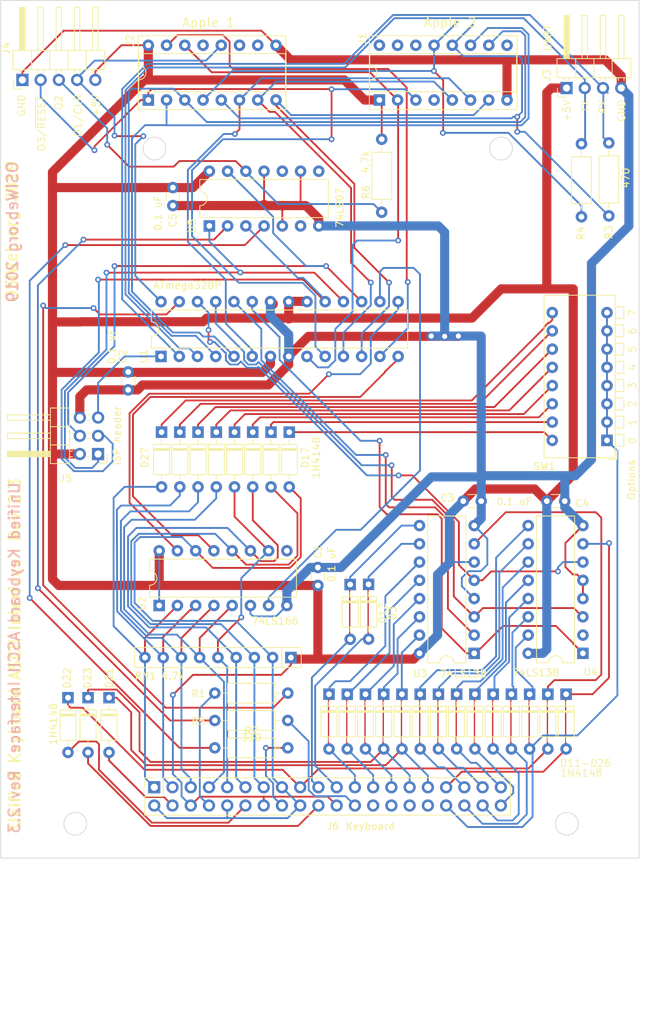
<source format=kicad_pcb>
(kicad_pcb (version 20171130) (host pcbnew "(5.1.5-0-10_14)")
  (title_block (title "Unified Retro Keyboard") (date 2019-12-13) (rev 2.3))
  (layers (0 F.Cu signal) (31 B.Cu signal) (34 B.Paste user) (35 F.Paste user) (36 B.SilkS user) (37 F.SilkS user) (38 B.Mask user) (39 F.Mask user) (44 Edge.Cuts user))
  (net 0 "")
  (net 1 GND)
  (net 2 +5V)
  (net 3 /Row3)
  (net 4 /Row0)
  (net 5 /Row1)
  (net 6 /Row4)
  (net 7 /Row5)
  (net 8 /Row7)
  (net 9 /D7)
  (net 10 /D1)
  (net 11 /D2)
  (net 12 /D3)
  (net 13 /D4)
  (net 14 /D5)
  (net 15 /D6)
  (net 16 /Col0)
  (net 17 /Col1)
  (net 18 /Col2)
  (net 19 /Col3)
  (net 20 /Col4)
  (net 21 /Col5)
  (net 22 /Col6)
  (net 23 /Col7)
  (net 24 /Row6)
  (net 25 /Row2)
  (net 26 /D0)
  (net 27 "Net-(U1-Pad25)")
  (net 28 "Net-(U1-Pad24)")
  (net 29 "Net-(U1-Pad23)")
  (net 30 /~STROBE)
  (net 31 "Net-(U1-Pad14)")
  (net 32 "Net-(U1-Pad26)")
  (net 33 "Net-(U1-Pad16)")
  (net 34 "Net-(U1-Pad15)")
  (net 35 /Row10)
  (net 36 /Row9)
  (net 37 /Row8)
  (net 38 /Row15)
  (net 39 /Row14)
  (net 40 /Row13)
  (net 41 /Row12)
  (net 42 /Row11)
  (net 43 /~RESET)
  (net 44 /Tx)
  (net 45 /Rx)
  (net 46 "Net-(U4-Pad2)")
  (net 47 "Net-(D11-Pad1)")
  (net 48 "Net-(D12-Pad1)")
  (net 49 "Net-(D13-Pad1)")
  (net 50 "Net-(D14-Pad1)")
  (net 51 "Net-(D15-Pad1)")
  (net 52 "Net-(D16-Pad1)")
  (net 53 "Net-(D17-Pad1)")
  (net 54 "Net-(D18-Pad1)")
  (net 55 "Net-(D19-Pad1)")
  (net 56 "Net-(D20-Pad1)")
  (net 57 "Net-(D24-Pad1)")
  (net 58 "Net-(D25-Pad1)")
  (net 59 "Net-(D26-Pad1)")
  (net 60 "Net-(D3-Pad1)")
  (net 61 "Net-(D4-Pad1)")
  (net 62 "Net-(D5-Pad1)")
  (net 63 "Net-(D6-Pad1)")
  (net 64 "Net-(D7-Pad1)")
  (net 65 "Net-(D8-Pad1)")
  (net 66 "Net-(D9-Pad1)")
  (net 67 "Net-(D10-Pad1)")
  (net 68 "Net-(D1-Pad1)")
  (net 69 "Net-(D2-Pad1)")
  (net 70 "Net-(D21-Pad2)")
  (net 71 "Net-(D22-Pad2)")
  (net 72 "Net-(D23-Pad2)")
  (net 73 "Net-(D27-Pad1)")
  (net 74 "Net-(J1-Pad9)")
  (net 75 "Net-(J1-Pad4)")
  (net 76 "Net-(J1-Pad14)")
  (net 77 "Net-(J1-Pad15)")
  (net 78 "Net-(J1-Pad16)")
  (net 79 "Net-(J2-Pad10)")
  (net 80 "Net-(J2-Pad11)")
  (net 81 "Net-(J2-Pad13)")
  (net 82 "Net-(J6-Pad32)")
  (net 83 "Net-(J6-Pad30)")
  (net 84 "Net-(J6-Pad28)")
  (net 85 "Net-(J6-Pad26)")
  (net 86 "Net-(J6-Pad24)")
  (net 87 "Net-(J6-Pad16)")
  (net 88 "Net-(U2-Pad9)")
  (net 89 "Net-(J6-Pad8)")
  (net 90 /LED1)
  (net 91 "Net-(R2-Pad1)")
  (net 92 "Net-(R5-Pad1)")
  (net 93 "Net-(U5-Pad6)")
  (net 94 "Net-(U5-Pad10)")
  (net 95 "Net-(U5-Pad8)")
  (net 96 /OUT1)
  (net 97 /OUT2)
  (net 98 /OUT3)
  (net 99 /MOSI-OUT2)
  (net 100 /SCK-LED2)
  (net 101 /MISO-LED3)
  (module Resistor_THT:R_Axial_DIN0207_L6.3mm_D2.5mm_P10.16mm_Horizontal (layer F.Cu) (at 216.893 82.831 270)
    (fp_text reference R6 (at 7.366 2.159 90) (layer F.SilkS))
    (fp_text value 4.7k (at 3.175 2.286 90) (layer F.SilkS))
    (pad 2 thru_hole oval (at 10.16 0 270) (size 1.6 1.6) (drill 0.8) (layers *.Cu *.Mask) (net 97 /OUT2))
    (pad 1 thru_hole circle (at 0 0 270) (size 1.6 1.6) (drill 0.8) (layers *.Cu *.Mask) (net 2 +5V))
  )
  (module Package_DIP:DIP-16_W7.62mm (layer F.Cu) (at 185.905 147.728 90)
    (fp_text reference U2 (at 0.254 -2.33 90) (layer F.SilkS))
    (fp_text value 74LS166 (at -2.159 16.129) (layer F.SilkS))
    (pad 16 thru_hole oval (at 7.62 0 90) (size 1.6 1.6) (drill 0.8) (layers *.Cu *.Mask) (net 2 +5V))
    (pad 8 thru_hole oval (at 0 17.78 90) (size 1.6 1.6) (drill 0.8) (layers *.Cu *.Mask) (net 1 GND))
    (pad 15 thru_hole oval (at 7.62 2.54 90) (size 1.6 1.6) (drill 0.8) (layers *.Cu *.Mask) (net 34 "Net-(U1-Pad15)"))
    (pad 7 thru_hole oval (at 0 15.24 90) (size 1.6 1.6) (drill 0.8) (layers *.Cu *.Mask) (net 33 "Net-(U1-Pad16)"))
    (pad 14 thru_hole oval (at 7.62 5.08 90) (size 1.6 1.6) (drill 0.8) (layers *.Cu *.Mask) (net 16 /Col0))
    (pad 6 thru_hole oval (at 0 12.7 90) (size 1.6 1.6) (drill 0.8) (layers *.Cu *.Mask) (net 1 GND))
    (pad 13 thru_hole oval (at 7.62 7.62 90) (size 1.6 1.6) (drill 0.8) (layers *.Cu *.Mask) (net 31 "Net-(U1-Pad14)"))
    (pad 5 thru_hole oval (at 0 10.16 90) (size 1.6 1.6) (drill 0.8) (layers *.Cu *.Mask) (net 20 /Col4))
    (pad 12 thru_hole oval (at 7.62 10.16 90) (size 1.6 1.6) (drill 0.8) (layers *.Cu *.Mask) (net 17 /Col1))
    (pad 4 thru_hole oval (at 0 7.62 90) (size 1.6 1.6) (drill 0.8) (layers *.Cu *.Mask) (net 21 /Col5))
    (pad 11 thru_hole oval (at 7.62 12.7 90) (size 1.6 1.6) (drill 0.8) (layers *.Cu *.Mask) (net 18 /Col2))
    (pad 3 thru_hole oval (at 0 5.08 90) (size 1.6 1.6) (drill 0.8) (layers *.Cu *.Mask) (net 22 /Col6))
    (pad 10 thru_hole oval (at 7.62 15.24 90) (size 1.6 1.6) (drill 0.8) (layers *.Cu *.Mask) (net 19 /Col3))
    (pad 2 thru_hole oval (at 0 2.54 90) (size 1.6 1.6) (drill 0.8) (layers *.Cu *.Mask) (net 23 /Col7))
    (pad 9 thru_hole oval (at 7.62 17.78 90) (size 1.6 1.6) (drill 0.8) (layers *.Cu *.Mask) (net 88 "Net-(U2-Pad9)"))
    (pad 1 thru_hole rect (at 0 0 90) (size 1.6 1.6) (drill 0.8) (layers *.Cu *.Mask) (net 2 +5V))
  )
  (module Package_DIP:DIP-14_W7.62mm (layer F.Cu) (at 192.89 94.896 90)
    (fp_text reference U5 (at 0 -2.413 90) (layer F.SilkS))
    (fp_text value 74LS07 (at 2.54 18.161 90) (layer F.SilkS))
    (pad 14 thru_hole oval (at 7.62 0 90) (size 1.6 1.6) (drill 0.8) (layers *.Cu *.Mask) (net 2 +5V))
    (pad 7 thru_hole oval (at 0 15.24 90) (size 1.6 1.6) (drill 0.8) (layers *.Cu *.Mask) (net 1 GND))
    (pad 13 thru_hole oval (at 7.62 2.54 90) (size 1.6 1.6) (drill 0.8) (layers *.Cu *.Mask) (net 99 /MOSI-OUT2))
    (pad 6 thru_hole oval (at 0 12.7 90) (size 1.6 1.6) (drill 0.8) (layers *.Cu *.Mask) (net 93 "Net-(U5-Pad6)"))
    (pad 12 thru_hole oval (at 7.62 5.08 90) (size 1.6 1.6) (drill 0.8) (layers *.Cu *.Mask) (net 97 /OUT2))
    (pad 5 thru_hole oval (at 0 10.16 90) (size 1.6 1.6) (drill 0.8) (layers *.Cu *.Mask) (net 1 GND))
    (pad 11 thru_hole oval (at 7.62 7.62 90) (size 1.6 1.6) (drill 0.8) (layers *.Cu *.Mask) (net 1 GND))
    (pad 4 thru_hole oval (at 0 7.62 90) (size 1.6 1.6) (drill 0.8) (layers *.Cu *.Mask) (net 91 "Net-(R2-Pad1)"))
    (pad 10 thru_hole oval (at 7.62 10.16 90) (size 1.6 1.6) (drill 0.8) (layers *.Cu *.Mask) (net 94 "Net-(U5-Pad10)"))
    (pad 3 thru_hole oval (at 0 5.08 90) (size 1.6 1.6) (drill 0.8) (layers *.Cu *.Mask) (net 100 /SCK-LED2))
    (pad 9 thru_hole oval (at 7.62 12.7 90) (size 1.6 1.6) (drill 0.8) (layers *.Cu *.Mask) (net 1 GND))
    (pad 2 thru_hole oval (at 0 2.54 90) (size 1.6 1.6) (drill 0.8) (layers *.Cu *.Mask) (net 92 "Net-(R5-Pad1)"))
    (pad 8 thru_hole oval (at 7.62 15.24 90) (size 1.6 1.6) (drill 0.8) (layers *.Cu *.Mask) (net 95 "Net-(U5-Pad8)"))
    (pad 1 thru_hole rect (at 0 0 90) (size 1.6 1.6) (drill 0.8) (layers *.Cu *.Mask) (net 101 /MISO-LED3))
  )
  (module Resistor_THT:R_Axial_DIN0207_L6.3mm_D2.5mm_P10.16mm_Horizontal (layer F.Cu) (at 193.652 167.54)
    (fp_text reference R2 (at 5.08 -2.37) (layer F.SilkS))
    (fp_text value 330)
    (pad 2 thru_hole oval (at 10.16 0) (size 1.6 1.6) (drill 0.8) (layers *.Cu *.Mask) (net 87 "Net-(J6-Pad16)"))
    (pad 1 thru_hole circle (at 0 0) (size 1.6 1.6) (drill 0.8) (layers *.Cu *.Mask) (net 91 "Net-(R2-Pad1)"))
  )
  (module Connector_PinHeader_2.54mm:PinHeader_1x05_P2.54mm_Horizontal (layer F.Cu) (at 166.855 74.576 90)
    (fp_text reference J4 (at 4.385 -2.27 90) (layer F.SilkS))
    (fp_text value Conn_01x05)
    (pad 5 thru_hole oval (at 0 10.16 90) (size 1.7 1.7) (drill 1) (layers *.Cu *.Mask) (net 2 +5V))
    (pad 4 thru_hole oval (at 0 7.62 90) (size 1.7 1.7) (drill 1) (layers *.Cu *.Mask) (net 96 /OUT1))
    (pad 3 thru_hole oval (at 0 5.08 90) (size 1.7 1.7) (drill 1) (layers *.Cu *.Mask) (net 97 /OUT2))
    (pad 2 thru_hole oval (at 0 2.54 90) (size 1.7 1.7) (drill 1) (layers *.Cu *.Mask) (net 98 /OUT3))
    (pad 1 thru_hole rect (at 0 0 90) (size 1.7 1.7) (drill 1) (layers *.Cu *.Mask) (net 1 GND))
  )
  (module Resistor_THT:R_Axial_DIN0207_L6.3mm_D2.5mm_P10.16mm_Horizontal (layer F.Cu) (at 244.706 93.626 90)
    (fp_text reference R4 (at -2.286 -0.0762 90) (layer F.SilkS))
    (fp_text value R_US hide)
    (pad 2 thru_hole oval (at 10.16 0 90) (size 1.6 1.6) (drill 0.8) (layers *.Cu *.Mask) (net 44 /Tx))
    (pad 1 thru_hole circle (at 0 0 90) (size 1.6 1.6) (drill 0.8) (layers *.Cu *.Mask) (net 10 /D1))
  )
  (module Capacitor_THT:C_Disc_D3.0mm_W1.6mm_P2.50mm (layer F.Cu) (at 187.81 89.562 270)
    (fp_text reference C5 (at 4.572 0 90) (layer F.SilkS))
    (fp_text value "0.1 uF" (at 3.556 2.05 90) (layer F.SilkS))
    (pad 2 thru_hole circle (at 2.5 0 270) (size 1.6 1.6) (drill 0.8) (layers *.Cu *.Mask) (net 1 GND))
    (pad 1 thru_hole circle (at 0 0 270) (size 1.6 1.6) (drill 0.8) (layers *.Cu *.Mask) (net 2 +5V))
  )
  (module Resistor_THT:R_Axial_DIN0207_L6.3mm_D2.5mm_P10.16mm_Horizontal (layer F.Cu) (at 203.812 159.92 180)
    (fp_text reference R1 (at 12.446 -0.0635) (layer F.SilkS))
    (fp_text value 330)
    (pad 2 thru_hole oval (at 10.16 0 180) (size 1.6 1.6) (drill 0.8) (layers *.Cu *.Mask) (net 89 "Net-(J6-Pad8)"))
    (pad 1 thru_hole circle (at 0 0 180) (size 1.6 1.6) (drill 0.8) (layers *.Cu *.Mask) (net 90 /LED1))
  )
  (module unikbd:D_DO-35_SOD27_P7.62mm_Horizontal_bypassed (layer F.Cu) (at 222.25 160.0724 270)
    (fp_text reference D16 hide)
    (fp_text value 1N4148 hide)
    (fp_poly (pts (xy 7.239 0.127) (xy 0.381 0.127) (xy 0.381 0) (xy 7.239 0)) (layer F.Cu) (width 0.0508))
    (pad 1 thru_hole rect (at 0 0 270) (size 1.6 1.6) (drill 0.8) (layers *.Cu *.Mask) (net 52 "Net-(D16-Pad1)"))
    (pad 2 thru_hole oval (at 7.62 0 270) (size 1.6 1.6) (drill 0.8) (layers *.Cu *.Mask) (net 39 /Row14))
  )
  (module unikbd:D_DO-35_SOD27_P7.62mm_Horizontal_bypassed (layer F.Cu) (at 227.33 160.0724 270)
    (fp_text reference D15 hide)
    (fp_text value 1N4148)
    (fp_poly (pts (xy 7.239 0.127) (xy 0.381 0.127) (xy 0.381 0) (xy 7.239 0)) (layer F.Cu) (width 0.0508))
    (pad 1 thru_hole rect (at 0 0 270) (size 1.6 1.6) (drill 0.8) (layers *.Cu *.Mask) (net 51 "Net-(D15-Pad1)"))
    (pad 2 thru_hole oval (at 7.62 0 270) (size 1.6 1.6) (drill 0.8) (layers *.Cu *.Mask) (net 41 /Row12))
  )
  (module unikbd:D_DO-35_SOD27_P7.62mm_Horizontal_bypassed (layer F.Cu) (at 232.41 160.0724 270)
    (fp_text reference D14 hide)
    (fp_text value 1N4148)
    (fp_poly (pts (xy 7.239 0.127) (xy 0.381 0.127) (xy 0.381 0) (xy 7.239 0)) (layer F.Cu) (width 0.0508))
    (pad 1 thru_hole rect (at 0 0 270) (size 1.6 1.6) (drill 0.8) (layers *.Cu *.Mask) (net 50 "Net-(D14-Pad1)"))
    (pad 2 thru_hole oval (at 7.62 0 270) (size 1.6 1.6) (drill 0.8) (layers *.Cu *.Mask) (net 35 /Row10))
  )
  (module unikbd:D_DO-35_SOD27_P7.62mm_Horizontal_bypassed (layer F.Cu) (at 237.49 160.0724 270)
    (fp_text reference D13 hide)
    (fp_text value 1N4148)
    (fp_poly (pts (xy 7.239 0.127) (xy 0.381 0.127) (xy 0.381 0) (xy 7.239 0)) (layer F.Cu) (width 0.0508))
    (pad 1 thru_hole rect (at 0 0 270) (size 1.6 1.6) (drill 0.8) (layers *.Cu *.Mask) (net 49 "Net-(D13-Pad1)"))
    (pad 2 thru_hole oval (at 7.62 0 270) (size 1.6 1.6) (drill 0.8) (layers *.Cu *.Mask) (net 37 /Row8))
  )
  (module unikbd:D_DO-35_SOD27_P7.62mm_Horizontal_bypassed (layer F.Cu) (at 242.57 160.0724 270)
    (fp_text reference D8 hide)
    (fp_text value 1N4148 hide)
    (fp_poly (pts (xy 7.239 0.127) (xy 0.381 0.127) (xy 0.381 0) (xy 7.239 0)) (layer F.Cu) (width 0.0508))
    (pad 1 thru_hole rect (at 0 0 270) (size 1.6 1.6) (drill 0.8) (layers *.Cu *.Mask) (net 65 "Net-(D8-Pad1)"))
    (pad 2 thru_hole oval (at 7.62 0 270) (size 1.6 1.6) (drill 0.8) (layers *.Cu *.Mask) (net 38 /Row15))
  )
  (module unikbd:D_DO-35_SOD27_P7.62mm_Horizontal_bypassed (layer F.Cu) (at 224.79 160.0724 270)
    (fp_text reference D7 hide)
    (fp_text value 1N4148)
    (fp_poly (pts (xy 7.239 0.127) (xy 0.381 0.127) (xy 0.381 0) (xy 7.239 0)) (layer F.Cu) (width 0.0508))
    (pad 1 thru_hole rect (at 0 0 270) (size 1.6 1.6) (drill 0.8) (layers *.Cu *.Mask) (net 64 "Net-(D7-Pad1)"))
    (pad 2 thru_hole oval (at 7.62 0 270) (size 1.6 1.6) (drill 0.8) (layers *.Cu *.Mask) (net 40 /Row13))
  )
  (module unikbd:D_DO-35_SOD27_P7.62mm_Horizontal_bypassed (layer F.Cu) (at 229.87 160.0724 270)
    (fp_text reference D6 hide)
    (fp_text value 1N4148)
    (fp_poly (pts (xy 7.239 0.127) (xy 0.381 0.127) (xy 0.381 0) (xy 7.239 0)) (layer F.Cu) (width 0.0508))
    (pad 1 thru_hole rect (at 0 0 270) (size 1.6 1.6) (drill 0.8) (layers *.Cu *.Mask) (net 63 "Net-(D6-Pad1)"))
    (pad 2 thru_hole oval (at 7.62 0 270) (size 1.6 1.6) (drill 0.8) (layers *.Cu *.Mask) (net 42 /Row11))
  )
  (module unikbd:D_DO-35_SOD27_P7.62mm_Horizontal_bypassed (layer F.Cu) (at 234.95 160.0724 270)
    (fp_text reference D5 hide)
    (fp_text value 1N4148)
    (fp_poly (pts (xy 7.239 0.127) (xy 0.381 0.127) (xy 0.381 0) (xy 7.239 0)) (layer F.Cu) (width 0.0508))
    (pad 1 thru_hole rect (at 0 0 270) (size 1.6 1.6) (drill 0.8) (layers *.Cu *.Mask) (net 62 "Net-(D5-Pad1)"))
    (pad 2 thru_hole oval (at 7.62 0 270) (size 1.6 1.6) (drill 0.8) (layers *.Cu *.Mask) (net 36 /Row9))
  )
  (module unikbd:D_DO-35_SOD27_P7.62mm_Horizontal_bypassed (layer F.Cu) (at 212.4988 144.807 270)
    (fp_text reference D12 (at 3.9878 -4.4958 90) (layer F.SilkS))
    (fp_text value 1N4148)
    (fp_poly (pts (xy 7.239 0.127) (xy 0.381 0.127) (xy 0.381 0) (xy 7.239 0)) (layer F.Cu) (width 0.0508))
    (pad 1 thru_hole rect (at 0 0 270) (size 1.6 1.6) (drill 0.8) (layers *.Cu *.Mask) (net 48 "Net-(D12-Pad1)"))
    (pad 2 thru_hole oval (at 7.62 0 270) (size 1.6 1.6) (drill 0.8) (layers *.Cu *.Mask) (net 24 /Row6))
  )
  (module unikbd:D_DO-35_SOD27_P7.62mm_Horizontal_bypassed (layer F.Cu) (at 209.55 160.0724 270)
    (fp_text reference D11 hide)
    (fp_text value 1N4148)
    (fp_poly (pts (xy 7.239 0.127) (xy 0.381 0.127) (xy 0.381 0) (xy 7.239 0)) (layer F.Cu) (width 0.0508))
    (pad 1 thru_hole rect (at 0 0 270) (size 1.6 1.6) (drill 0.8) (layers *.Cu *.Mask) (net 47 "Net-(D11-Pad1)"))
    (pad 2 thru_hole oval (at 7.62 0 270) (size 1.6 1.6) (drill 0.8) (layers *.Cu *.Mask) (net 6 /Row4))
  )
  (module unikbd:D_DO-35_SOD27_P7.62mm_Horizontal_bypassed (layer F.Cu) (at 214.63 160.0724 270)
    (fp_text reference D10 hide)
    (fp_text value 1N4148)
    (fp_poly (pts (xy 7.239 0.127) (xy 0.381 0.127) (xy 0.381 0) (xy 7.239 0)) (layer F.Cu) (width 0.0508))
    (pad 1 thru_hole rect (at 0 0 270) (size 1.6 1.6) (drill 0.8) (layers *.Cu *.Mask) (net 67 "Net-(D10-Pad1)"))
    (pad 2 thru_hole oval (at 7.62 0 270) (size 1.6 1.6) (drill 0.8) (layers *.Cu *.Mask) (net 25 /Row2))
  )
  (module unikbd:D_DO-35_SOD27_P7.62mm_Horizontal_bypassed (layer F.Cu) (at 219.71 160.0724 270)
    (fp_text reference D9 hide)
    (fp_text value 1N4148)
    (fp_poly (pts (xy 7.239 0.127) (xy 0.381 0.127) (xy 0.381 0) (xy 7.239 0)) (layer F.Cu) (width 0.0508))
    (pad 1 thru_hole rect (at 0 0 270) (size 1.6 1.6) (drill 0.8) (layers *.Cu *.Mask) (net 66 "Net-(D9-Pad1)"))
    (pad 2 thru_hole oval (at 7.62 0 270) (size 1.6 1.6) (drill 0.8) (layers *.Cu *.Mask) (net 4 /Row0))
  )
  (module unikbd:D_DO-35_SOD27_P7.62mm_Horizontal_bypassed (layer F.Cu) (at 240.03 160.0724 270)
    (fp_text reference D4 hide)
    (fp_text value 1N4148)
    (fp_poly (pts (xy 7.239 0.127) (xy 0.381 0.127) (xy 0.381 0) (xy 7.239 0)) (layer F.Cu) (width 0.0508))
    (pad 1 thru_hole rect (at 0 0 270) (size 1.6 1.6) (drill 0.8) (layers *.Cu *.Mask) (net 61 "Net-(D4-Pad1)"))
    (pad 2 thru_hole oval (at 7.62 0 270) (size 1.6 1.6) (drill 0.8) (layers *.Cu *.Mask) (net 8 /Row7))
  )
  (module unikbd:D_DO-35_SOD27_P7.62mm_Horizontal_bypassed (layer F.Cu) (at 215.0642 144.7816 270)
    (fp_text reference D3 (at 4.0132 -3.3528 90) (layer F.SilkS))
    (fp_text value 1N4148)
    (fp_poly (pts (xy 7.239 0.127) (xy 0.381 0.127) (xy 0.381 0) (xy 7.239 0)) (layer F.Cu) (width 0.0508))
    (pad 1 thru_hole rect (at 0 0 270) (size 1.6 1.6) (drill 0.8) (layers *.Cu *.Mask) (net 60 "Net-(D3-Pad1)"))
    (pad 2 thru_hole oval (at 7.62 0 270) (size 1.6 1.6) (drill 0.8) (layers *.Cu *.Mask) (net 7 /Row5))
  )
  (module unikbd:D_DO-35_SOD27_P7.62mm_Horizontal_bypassed (layer F.Cu) (at 212.09 160.0724 270)
    (fp_text reference D2 hide)
    (fp_text value 1N4148)
    (fp_poly (pts (xy 7.239 0.127) (xy 0.381 0.127) (xy 0.381 0) (xy 7.239 0)) (layer F.Cu) (width 0.0508))
    (pad 1 thru_hole rect (at 0 0 270) (size 1.6 1.6) (drill 0.8) (layers *.Cu *.Mask) (net 69 "Net-(D2-Pad1)"))
    (pad 2 thru_hole oval (at 7.62 0 270) (size 1.6 1.6) (drill 0.8) (layers *.Cu *.Mask) (net 3 /Row3))
  )
  (module unikbd:D_DO-35_SOD27_P7.62mm_Horizontal_bypassed (layer F.Cu) (at 217.17 160.0724 270)
    (fp_text reference D1 hide)
    (fp_text value 1N4148)
    (fp_poly (pts (xy 7.239 0.127) (xy 0.381 0.127) (xy 0.381 0) (xy 7.239 0)) (layer F.Cu) (width 0.0508))
    (pad 1 thru_hole rect (at 0 0 270) (size 1.6 1.6) (drill 0.8) (layers *.Cu *.Mask) (net 68 "Net-(D1-Pad1)"))
    (pad 2 thru_hole oval (at 7.62 0 270) (size 1.6 1.6) (drill 0.8) (layers *.Cu *.Mask) (net 5 /Row1))
  )
  (module Resistor_THT:R_Axial_DIN0207_L6.3mm_D2.5mm_P10.16mm_Horizontal (layer F.Cu) (at 193.652 163.73)
    (fp_text reference R5 (at -2.286 0.127) (layer F.SilkS))
    (fp_text value 330 (at 5.08 2.37) (layer F.SilkS))
    (pad 2 thru_hole oval (at 10.16 0) (size 1.6 1.6) (drill 0.8) (layers *.Cu *.Mask) (net 86 "Net-(J6-Pad24)"))
    (pad 1 thru_hole circle (at 0 0) (size 1.6 1.6) (drill 0.8) (layers *.Cu *.Mask) (net 92 "Net-(R5-Pad1)"))
  )
  (module Diode_THT:D_DO-35_SOD27_P7.62mm_Horizontal (layer F.Cu) (at 175.999 160.555 270)
    (fp_text reference D23 (at -2.7305 0.0762 90) (layer F.SilkS))
    (fp_text value 1N4148)
    (pad 2 thru_hole oval (at 7.62 0 270) (size 1.6 1.6) (drill 0.8) (layers *.Cu *.Mask) (net 72 "Net-(D23-Pad2)"))
    (pad 1 thru_hole rect (at 0 0 270) (size 1.6 1.6) (drill 0.8) (layers *.Cu *.Mask) (net 5 /Row1))
  )
  (module unikbd:PinHeader_2x20_P2.54mm_Vertical (layer F.Cu) (at 185.397 175.5918 90)
    (fp_text reference J6 (at -2.8702 24.7015 180) (layer F.SilkS))
    (fp_text value Keyboard (at -2.8702 29.9085 180) (layer F.SilkS))
    (pad 40 thru_hole oval (at 0.0254 48.0822 90) (size 1.7 1.7) (drill 1) (layers *.Cu *.Mask) (net 42 /Row11))
    (pad 39 thru_hole oval (at 2.5654 48.0822 90) (size 1.7 1.7) (drill 1) (layers *.Cu *.Mask) (net 41 /Row12))
    (pad 38 thru_hole oval (at 0.0254 45.5422 90) (size 1.7 1.7) (drill 1) (layers *.Cu *.Mask) (net 35 /Row10))
    (pad 37 thru_hole oval (at 2.5654 45.5422 90) (size 1.7 1.7) (drill 1) (layers *.Cu *.Mask) (net 40 /Row13))
    (pad 36 thru_hole oval (at 0.0254 43.0022 90) (size 1.7 1.7) (drill 1) (layers *.Cu *.Mask) (net 36 /Row9))
    (pad 35 thru_hole oval (at 2.5654 43.0022 90) (size 1.7 1.7) (drill 1) (layers *.Cu *.Mask) (net 39 /Row14))
    (pad 34 thru_hole oval (at 0.0254 40.4622 90) (size 1.7 1.7) (drill 1) (layers *.Cu *.Mask) (net 37 /Row8))
    (pad 33 thru_hole oval (at 2.5654 40.4622 90) (size 1.7 1.7) (drill 1) (layers *.Cu *.Mask) (net 38 /Row15))
    (pad 32 thru_hole oval (at 0.0254 37.9222 90) (size 1.7 1.7) (drill 1) (layers *.Cu *.Mask) (net 82 "Net-(J6-Pad32)"))
    (pad 31 thru_hole oval (at 2.5654 37.9222 90) (size 1.7 1.7) (drill 1) (layers *.Cu *.Mask) (net 4 /Row0))
    (pad 30 thru_hole oval (at 0.0254 35.3822 90) (size 1.7 1.7) (drill 1) (layers *.Cu *.Mask) (net 83 "Net-(J6-Pad30)"))
    (pad 29 thru_hole oval (at 2.5654 35.3822 90) (size 1.7 1.7) (drill 1) (layers *.Cu *.Mask) (net 5 /Row1))
    (pad 28 thru_hole oval (at 0.0254 32.8422 90) (size 1.7 1.7) (drill 1) (layers *.Cu *.Mask) (net 84 "Net-(J6-Pad28)"))
    (pad 27 thru_hole oval (at 2.5654 32.8422 90) (size 1.7 1.7) (drill 1) (layers *.Cu *.Mask) (net 25 /Row2))
    (pad 26 thru_hole oval (at 0.0254 30.3022 90) (size 1.7 1.7) (drill 1) (layers *.Cu *.Mask) (net 85 "Net-(J6-Pad26)"))
    (pad 25 thru_hole oval (at 2.5654 30.3022 90) (size 1.7 1.7) (drill 1) (layers *.Cu *.Mask) (net 3 /Row3))
    (pad 24 thru_hole oval (at 0.0254 27.7622 90) (size 1.7 1.7) (drill 1) (layers *.Cu *.Mask) (net 86 "Net-(J6-Pad24)"))
    (pad 23 thru_hole oval (at 2.5654 27.7622 90) (size 1.7 1.7) (drill 1) (layers *.Cu *.Mask) (net 6 /Row4))
    (pad 22 thru_hole oval (at 0.0254 25.2222 90) (size 1.7 1.7) (drill 1) (layers *.Cu *.Mask) (net 2 +5V))
    (pad 21 thru_hole oval (at 2.5654 25.2222 90) (size 1.7 1.7) (drill 1) (layers *.Cu *.Mask) (net 7 /Row5))
    (pad 20 thru_hole oval (at 0.0254 22.6822 90) (size 1.7 1.7) (drill 1) (layers *.Cu *.Mask) (net 72 "Net-(D23-Pad2)"))
    (pad 19 thru_hole oval (at 2.5654 22.6822 90) (size 1.7 1.7) (drill 1) (layers *.Cu *.Mask) (net 24 /Row6))
    (pad 18 thru_hole oval (at 0.0254 20.1422 90) (size 1.7 1.7) (drill 1) (layers *.Cu *.Mask) (net 16 /Col0))
    (pad 17 thru_hole oval (at 2.5654 20.1422 90) (size 1.7 1.7) (drill 1) (layers *.Cu *.Mask) (net 8 /Row7))
    (pad 16 thru_hole oval (at 0.0254 17.6022 90) (size 1.7 1.7) (drill 1) (layers *.Cu *.Mask) (net 87 "Net-(J6-Pad16)"))
    (pad 15 thru_hole oval (at 2.5654 17.6022 90) (size 1.7 1.7) (drill 1) (layers *.Cu *.Mask) (net 16 /Col0))
    (pad 14 thru_hole oval (at 0.0254 15.0622 90) (size 1.7 1.7) (drill 1) (layers *.Cu *.Mask) (net 2 +5V))
    (pad 13 thru_hole oval (at 2.5654 15.0622 90) (size 1.7 1.7) (drill 1) (layers *.Cu *.Mask) (net 17 /Col1))
    (pad 12 thru_hole oval (at 0.0254 12.5222 90) (size 1.7 1.7) (drill 1) (layers *.Cu *.Mask) (net 71 "Net-(D22-Pad2)"))
    (pad 11 thru_hole oval (at 2.5654 12.5222 90) (size 1.7 1.7) (drill 1) (layers *.Cu *.Mask) (net 18 /Col2))
    (pad 10 thru_hole oval (at 0.0254 9.9822 90) (size 1.7 1.7) (drill 1) (layers *.Cu *.Mask) (net 16 /Col0))
    (pad 9 thru_hole oval (at 2.5654 9.9822 90) (size 1.7 1.7) (drill 1) (layers *.Cu *.Mask) (net 19 /Col3))
    (pad 8 thru_hole oval (at 0.0254 7.4422 90) (size 1.7 1.7) (drill 1) (layers *.Cu *.Mask) (net 89 "Net-(J6-Pad8)"))
    (pad 7 thru_hole oval (at 2.5654 7.4422 90) (size 1.7 1.7) (drill 1) (layers *.Cu *.Mask) (net 20 /Col4))
    (pad 6 thru_hole oval (at 0.0254 4.9022 90) (size 1.7 1.7) (drill 1) (layers *.Cu *.Mask) (net 2 +5V))
    (pad 5 thru_hole oval (at 2.5654 4.9022 90) (size 1.7 1.7) (drill 1) (layers *.Cu *.Mask) (net 21 /Col5))
    (pad 4 thru_hole oval (at 0.0254 2.3622 90) (size 1.7 1.7) (drill 1) (layers *.Cu *.Mask) (net 70 "Net-(D21-Pad2)"))
    (pad 3 thru_hole oval (at 2.5654 2.3622 90) (size 1.7 1.7) (drill 1) (layers *.Cu *.Mask) (net 22 /Col6))
    (pad 2 thru_hole oval (at 0.0254 -0.1778 90) (size 1.7 1.7) (drill 1) (layers *.Cu *.Mask) (net 16 /Col0))
    (pad 1 thru_hole rect (at 2.5654 -0.1778 90) (size 1.7 1.7) (drill 1) (layers *.Cu *.Mask) (net 23 /Col7))
  )
  (module Connector_PinHeader_2.54mm:PinHeader_1x04_P2.54mm_Horizontal (layer F.Cu) (at 242.62828 75.70376 90)
    (fp_text reference J3 (at 1.76276 -2.74828 90) (layer F.SilkS))
    (fp_text value UART (at 6.96976 -2.62128 90) (layer F.SilkS))
    (pad 4 thru_hole oval (at 0 7.62 90) (size 1.7 1.7) (drill 1) (layers *.Cu *.Mask) (net 1 GND))
    (pad 3 thru_hole oval (at 0 5.08 90) (size 1.7 1.7) (drill 1) (layers *.Cu *.Mask) (net 45 /Rx))
    (pad 2 thru_hole oval (at 0 2.54 90) (size 1.7 1.7) (drill 1) (layers *.Cu *.Mask) (net 44 /Tx))
    (pad 1 thru_hole rect (at 0 0 90) (size 1.7 1.7) (drill 1) (layers *.Cu *.Mask) (net 2 +5V))
  )
  (module Button_Switch_THT:SW_DIP_SPSTx08_Piano_CTS_Series194-8MSTN_W7.62mm_P2.54mm (layer F.Cu) (at 248.262 124.741 180)
    (fp_text reference SW1 (at 8.7122 -3.6068) (layer F.SilkS))
    (fp_text value Options (at -3.3782 -5.4864 90) (layer F.SilkS))
    (pad 1 thru_hole rect (at 0 0 180) (size 1.6 1.6) (drill 0.8) (layers *.Cu *.Mask) (net 37 /Row8))
    (pad 9 thru_hole oval (at 7.62 17.78 180) (size 1.6 1.6) (drill 0.8) (layers *.Cu *.Mask) (net 73 "Net-(D27-Pad1)"))
    (pad 2 thru_hole oval (at 0 2.54 180) (size 1.6 1.6) (drill 0.8) (layers *.Cu *.Mask) (net 37 /Row8))
    (pad 10 thru_hole oval (at 7.62 15.24 180) (size 1.6 1.6) (drill 0.8) (layers *.Cu *.Mask) (net 56 "Net-(D20-Pad1)"))
    (pad 3 thru_hole oval (at 0 5.08 180) (size 1.6 1.6) (drill 0.8) (layers *.Cu *.Mask) (net 37 /Row8))
    (pad 11 thru_hole oval (at 7.62 12.7 180) (size 1.6 1.6) (drill 0.8) (layers *.Cu *.Mask) (net 59 "Net-(D26-Pad1)"))
    (pad 4 thru_hole oval (at 0 7.62 180) (size 1.6 1.6) (drill 0.8) (layers *.Cu *.Mask) (net 37 /Row8))
    (pad 12 thru_hole oval (at 7.62 10.16 180) (size 1.6 1.6) (drill 0.8) (layers *.Cu *.Mask) (net 55 "Net-(D19-Pad1)"))
    (pad 5 thru_hole oval (at 0 10.16 180) (size 1.6 1.6) (drill 0.8) (layers *.Cu *.Mask) (net 37 /Row8))
    (pad 13 thru_hole oval (at 7.62 7.62 180) (size 1.6 1.6) (drill 0.8) (layers *.Cu *.Mask) (net 58 "Net-(D25-Pad1)"))
    (pad 6 thru_hole oval (at 0 12.7 180) (size 1.6 1.6) (drill 0.8) (layers *.Cu *.Mask) (net 37 /Row8))
    (pad 14 thru_hole oval (at 7.62 5.08 180) (size 1.6 1.6) (drill 0.8) (layers *.Cu *.Mask) (net 54 "Net-(D18-Pad1)"))
    (pad 7 thru_hole oval (at 0 15.24 180) (size 1.6 1.6) (drill 0.8) (layers *.Cu *.Mask) (net 37 /Row8))
    (pad 15 thru_hole oval (at 7.62 2.54 180) (size 1.6 1.6) (drill 0.8) (layers *.Cu *.Mask) (net 57 "Net-(D24-Pad1)"))
    (pad 8 thru_hole oval (at 0 17.78 180) (size 1.6 1.6) (drill 0.8) (layers *.Cu *.Mask) (net 37 /Row8))
    (pad 16 thru_hole oval (at 7.62 0 180) (size 1.6 1.6) (drill 0.8) (layers *.Cu *.Mask) (net 53 "Net-(D17-Pad1)"))
  )
  (module Diode_THT:D_DO-35_SOD27_P7.62mm_Horizontal (layer F.Cu) (at 186.2352 123.598 270)
    (fp_text reference D27 (at 3.556 2.3368 90) (layer F.SilkS))
    (fp_text value 1N4148 hide)
    (pad 2 thru_hole oval (at 7.62 0 270) (size 1.6 1.6) (drill 0.8) (layers *.Cu *.Mask) (net 23 /Col7))
    (pad 1 thru_hole rect (at 0 0 270) (size 1.6 1.6) (drill 0.8) (layers *.Cu *.Mask) (net 73 "Net-(D27-Pad1)"))
  )
  (module Diode_THT:D_DO-35_SOD27_P7.62mm_Horizontal (layer F.Cu) (at 191.3152 123.598 270)
    (fp_text reference D26)
    (fp_text value 1N4148 hide)
    (pad 2 thru_hole oval (at 7.62 0 270) (size 1.6 1.6) (drill 0.8) (layers *.Cu *.Mask) (net 21 /Col5))
    (pad 1 thru_hole rect (at 0 0 270) (size 1.6 1.6) (drill 0.8) (layers *.Cu *.Mask) (net 59 "Net-(D26-Pad1)"))
  )
  (module Diode_THT:D_DO-35_SOD27_P7.62mm_Horizontal (layer F.Cu) (at 196.3952 123.598 270)
    (fp_text reference D25 hide)
    (fp_text value 1N4148 hide)
    (pad 2 thru_hole oval (at 7.62 0 270) (size 1.6 1.6) (drill 0.8) (layers *.Cu *.Mask) (net 19 /Col3))
    (pad 1 thru_hole rect (at 0 0 270) (size 1.6 1.6) (drill 0.8) (layers *.Cu *.Mask) (net 58 "Net-(D25-Pad1)"))
  )
  (module Diode_THT:D_DO-35_SOD27_P7.62mm_Horizontal (layer F.Cu) (at 201.4752 123.598 270)
    (fp_text reference D24 hide)
    (fp_text value 1N4148 hide)
    (pad 2 thru_hole oval (at 7.62 0 270) (size 1.6 1.6) (drill 0.8) (layers *.Cu *.Mask) (net 17 /Col1))
    (pad 1 thru_hole rect (at 0 0 270) (size 1.6 1.6) (drill 0.8) (layers *.Cu *.Mask) (net 57 "Net-(D24-Pad1)"))
  )
  (module Diode_THT:D_DO-35_SOD27_P7.62mm_Horizontal (layer F.Cu) (at 188.7752 123.598 270)
    (fp_text reference D20 hide)
    (fp_text value 1N4148 hide)
    (pad 2 thru_hole oval (at 7.62 0 270) (size 1.6 1.6) (drill 0.8) (layers *.Cu *.Mask) (net 22 /Col6))
    (pad 1 thru_hole rect (at 0 0 270) (size 1.6 1.6) (drill 0.8) (layers *.Cu *.Mask) (net 56 "Net-(D20-Pad1)"))
  )
  (module Diode_THT:D_DO-35_SOD27_P7.62mm_Horizontal (layer F.Cu) (at 193.8552 123.598 270)
    (fp_text reference D19 hide)
    (fp_text value 1N4148 hide)
    (pad 2 thru_hole oval (at 7.62 0 270) (size 1.6 1.6) (drill 0.8) (layers *.Cu *.Mask) (net 20 /Col4))
    (pad 1 thru_hole rect (at 0 0 270) (size 1.6 1.6) (drill 0.8) (layers *.Cu *.Mask) (net 55 "Net-(D19-Pad1)"))
  )
  (module Diode_THT:D_DO-35_SOD27_P7.62mm_Horizontal (layer F.Cu) (at 198.9352 123.598 270)
    (fp_text reference D18 hide)
    (fp_text value 1N4148 hide)
    (pad 2 thru_hole oval (at 7.62 0 270) (size 1.6 1.6) (drill 0.8) (layers *.Cu *.Mask) (net 18 /Col2))
    (pad 1 thru_hole rect (at 0 0 270) (size 1.6 1.6) (drill 0.8) (layers *.Cu *.Mask) (net 54 "Net-(D18-Pad1)"))
  )
  (module Diode_THT:D_DO-35_SOD27_P7.62mm_Horizontal (layer F.Cu) (at 204.0152 123.598 270)
    (fp_text reference D17 (at 3.556001 -2.2352 90) (layer F.SilkS))
    (fp_text value 1N4148 (at 3.556 -3.7592 90) (layer F.SilkS))
    (pad 2 thru_hole oval (at 7.62 0 270) (size 1.6 1.6) (drill 0.8) (layers *.Cu *.Mask) (net 16 /Col0))
    (pad 1 thru_hole rect (at 0 0 270) (size 1.6 1.6) (drill 0.8) (layers *.Cu *.Mask) (net 53 "Net-(D17-Pad1)"))
  )
  (module Connector_PinHeader_2.54mm:PinHeader_2x03_P2.54mm_Horizontal (layer F.Cu) (at 177.396 126.646 180)
    (fp_text reference J5 (at 4.4958 -3.4036) (layer F.SilkS))
    (fp_text value "ISP header" (at -2.6416 2.54 90) (layer F.SilkS))
    (pad 6 thru_hole oval (at 2.54 5.08 180) (size 1.7 1.7) (drill 1) (layers *.Cu *.Mask) (net 1 GND))
    (pad 5 thru_hole oval (at 0 5.08 180) (size 1.7 1.7) (drill 1) (layers *.Cu *.Mask) (net 43 /~RESET))
    (pad 4 thru_hole oval (at 2.54 2.54 180) (size 1.7 1.7) (drill 1) (layers *.Cu *.Mask) (net 99 /MOSI-OUT2))
    (pad 3 thru_hole oval (at 0 2.54 180) (size 1.7 1.7) (drill 1) (layers *.Cu *.Mask) (net 100 /SCK-LED2))
    (pad 2 thru_hole oval (at 2.54 0 180) (size 1.7 1.7) (drill 1) (layers *.Cu *.Mask) (net 2 +5V))
    (pad 1 thru_hole rect (at 0 0 180) (size 1.7 1.7) (drill 1) (layers *.Cu *.Mask) (net 101 /MISO-LED3))
  )
  (module Capacitor_THT:C_Disc_D3.0mm_W1.6mm_P2.50mm (layer F.Cu) (at 228.2468 133.1992)
    (fp_text reference C3 (at -2.2098 -0.4572) (layer F.SilkS))
    (fp_text value "0.1 uF" (at 7.0612 0.0508) (layer F.SilkS))
    (pad 2 thru_hole circle (at 2.5 0) (size 1.6 1.6) (drill 0.8) (layers *.Cu *.Mask) (net 1 GND))
    (pad 1 thru_hole circle (at 0 0) (size 1.6 1.6) (drill 0.8) (layers *.Cu *.Mask) (net 2 +5V))
  )
  (module Capacitor_THT:C_Disc_D3.0mm_W1.6mm_P2.50mm (layer F.Cu) (at 239.88 133.1992)
    (fp_text reference C4 (at 4.953 0.3048) (layer F.SilkS))
    (fp_text value "0.1 uF" hide)
    (pad 2 thru_hole circle (at 2.5 0) (size 1.6 1.6) (drill 0.8) (layers *.Cu *.Mask) (net 1 GND))
    (pad 1 thru_hole circle (at 0 0) (size 1.6 1.6) (drill 0.8) (layers *.Cu *.Mask) (net 2 +5V))
  )
  (module Capacitor_THT:C_Disc_D3.0mm_W1.6mm_P2.50mm (layer F.Cu) (at 181.587 115.216 270)
    (fp_text reference C2 (at -2.159 0.762 90) (layer F.SilkS))
    (fp_text value "0.1 uF" (at -3.556 2.286 90) (layer F.SilkS))
    (pad 2 thru_hole circle (at 2.5 0 270) (size 1.6 1.6) (drill 0.8) (layers *.Cu *.Mask) (net 1 GND))
    (pad 1 thru_hole circle (at 0 0 270) (size 1.6 1.6) (drill 0.8) (layers *.Cu *.Mask) (net 2 +5V))
  )
  (module Capacitor_THT:C_Disc_D3.0mm_W1.6mm_P2.50mm (layer F.Cu) (at 208.003 144.934 90)
    (fp_text reference C1 (at 4.699 0 90) (layer F.SilkS))
    (fp_text value "0.1 uF" (at 2.921 1.905 90) (layer F.SilkS))
    (pad 2 thru_hole circle (at 2.5 0 90) (size 1.6 1.6) (drill 0.8) (layers *.Cu *.Mask) (net 1 GND))
    (pad 1 thru_hole circle (at 0 0 90) (size 1.6 1.6) (drill 0.8) (layers *.Cu *.Mask) (net 2 +5V))
  )
  (module Package_DIP:DIP-16_W7.62mm (layer F.Cu) (at 244.9092 154.3828 180)
    (fp_text reference U4 (at -1.0922 -2.5908) (layer F.SilkS))
    (fp_text value 74LS138 (at 6.5786 -2.6924) (layer F.SilkS))
    (pad 16 thru_hole oval (at 7.62 0 180) (size 1.6 1.6) (drill 0.8) (layers *.Cu *.Mask) (net 2 +5V))
    (pad 8 thru_hole oval (at 0 17.78 180) (size 1.6 1.6) (drill 0.8) (layers *.Cu *.Mask) (net 1 GND))
    (pad 15 thru_hole oval (at 7.62 2.54 180) (size 1.6 1.6) (drill 0.8) (layers *.Cu *.Mask) (net 49 "Net-(D13-Pad1)"))
    (pad 7 thru_hole oval (at 0 15.24 180) (size 1.6 1.6) (drill 0.8) (layers *.Cu *.Mask) (net 65 "Net-(D8-Pad1)"))
    (pad 14 thru_hole oval (at 7.62 5.08 180) (size 1.6 1.6) (drill 0.8) (layers *.Cu *.Mask) (net 62 "Net-(D5-Pad1)"))
    (pad 6 thru_hole oval (at 0 12.7 180) (size 1.6 1.6) (drill 0.8) (layers *.Cu *.Mask) (net 32 "Net-(U1-Pad26)"))
    (pad 13 thru_hole oval (at 7.62 7.62 180) (size 1.6 1.6) (drill 0.8) (layers *.Cu *.Mask) (net 50 "Net-(D14-Pad1)"))
    (pad 5 thru_hole oval (at 0 10.16 180) (size 1.6 1.6) (drill 0.8) (layers *.Cu *.Mask) (net 1 GND))
    (pad 12 thru_hole oval (at 7.62 10.16 180) (size 1.6 1.6) (drill 0.8) (layers *.Cu *.Mask) (net 63 "Net-(D6-Pad1)"))
    (pad 4 thru_hole oval (at 0 7.62 180) (size 1.6 1.6) (drill 0.8) (layers *.Cu *.Mask) (net 1 GND))
    (pad 11 thru_hole oval (at 7.62 12.7 180) (size 1.6 1.6) (drill 0.8) (layers *.Cu *.Mask) (net 51 "Net-(D15-Pad1)"))
    (pad 3 thru_hole oval (at 0 5.08 180) (size 1.6 1.6) (drill 0.8) (layers *.Cu *.Mask) (net 27 "Net-(U1-Pad25)"))
    (pad 10 thru_hole oval (at 7.62 15.24 180) (size 1.6 1.6) (drill 0.8) (layers *.Cu *.Mask) (net 64 "Net-(D7-Pad1)"))
    (pad 2 thru_hole oval (at 0 2.54 180) (size 1.6 1.6) (drill 0.8) (layers *.Cu *.Mask) (net 46 "Net-(U4-Pad2)"))
    (pad 9 thru_hole oval (at 7.62 17.78 180) (size 1.6 1.6) (drill 0.8) (layers *.Cu *.Mask) (net 52 "Net-(D16-Pad1)"))
    (pad 1 thru_hole rect (at 0 0 180) (size 1.6 1.6) (drill 0.8) (layers *.Cu *.Mask) (net 29 "Net-(U1-Pad23)"))
  )
  (module Package_DIP:DIP-16_W7.62mm (layer F.Cu) (at 229.7708 154.3828 180)
    (fp_text reference U3 (at 7.5184 -2.8448) (layer F.SilkS))
    (fp_text value 74LS138 (at 1.524 -2.8448) (layer F.SilkS))
    (pad 16 thru_hole oval (at 7.62 0 180) (size 1.6 1.6) (drill 0.8) (layers *.Cu *.Mask) (net 2 +5V))
    (pad 8 thru_hole oval (at 0 17.78 180) (size 1.6 1.6) (drill 0.8) (layers *.Cu *.Mask) (net 1 GND))
    (pad 15 thru_hole oval (at 7.62 2.54 180) (size 1.6 1.6) (drill 0.8) (layers *.Cu *.Mask) (net 66 "Net-(D9-Pad1)"))
    (pad 7 thru_hole oval (at 0 15.24 180) (size 1.6 1.6) (drill 0.8) (layers *.Cu *.Mask) (net 61 "Net-(D4-Pad1)"))
    (pad 14 thru_hole oval (at 7.62 5.08 180) (size 1.6 1.6) (drill 0.8) (layers *.Cu *.Mask) (net 68 "Net-(D1-Pad1)"))
    (pad 6 thru_hole oval (at 0 12.7 180) (size 1.6 1.6) (drill 0.8) (layers *.Cu *.Mask) (net 2 +5V))
    (pad 13 thru_hole oval (at 7.62 7.62 180) (size 1.6 1.6) (drill 0.8) (layers *.Cu *.Mask) (net 67 "Net-(D10-Pad1)"))
    (pad 5 thru_hole oval (at 0 10.16 180) (size 1.6 1.6) (drill 0.8) (layers *.Cu *.Mask) (net 32 "Net-(U1-Pad26)"))
    (pad 12 thru_hole oval (at 7.62 10.16 180) (size 1.6 1.6) (drill 0.8) (layers *.Cu *.Mask) (net 69 "Net-(D2-Pad1)"))
    (pad 4 thru_hole oval (at 0 7.62 180) (size 1.6 1.6) (drill 0.8) (layers *.Cu *.Mask) (net 1 GND))
    (pad 11 thru_hole oval (at 7.62 12.7 180) (size 1.6 1.6) (drill 0.8) (layers *.Cu *.Mask) (net 47 "Net-(D11-Pad1)"))
    (pad 3 thru_hole oval (at 0 5.08 180) (size 1.6 1.6) (drill 0.8) (layers *.Cu *.Mask) (net 27 "Net-(U1-Pad25)"))
    (pad 10 thru_hole oval (at 7.62 15.24 180) (size 1.6 1.6) (drill 0.8) (layers *.Cu *.Mask) (net 60 "Net-(D3-Pad1)"))
    (pad 2 thru_hole oval (at 0 2.54 180) (size 1.6 1.6) (drill 0.8) (layers *.Cu *.Mask) (net 28 "Net-(U1-Pad24)"))
    (pad 9 thru_hole oval (at 7.62 17.78 180) (size 1.6 1.6) (drill 0.8) (layers *.Cu *.Mask) (net 48 "Net-(D12-Pad1)"))
    (pad 1 thru_hole rect (at 0 0 180) (size 1.6 1.6) (drill 0.8) (layers *.Cu *.Mask) (net 29 "Net-(U1-Pad23)"))
  )
  (module Resistor_THT:R_Axial_DIN0207_L6.3mm_D2.5mm_P10.16mm_Horizontal (layer F.Cu) (at 248.516 93.499 90)
    (fp_text reference R3 (at -2.286 0 90) (layer F.SilkS))
    (fp_text value 470 (at 5.2832 2.3622 90) (layer F.SilkS))
    (pad 2 thru_hole oval (at 10.16 0 90) (size 1.6 1.6) (drill 0.8) (layers *.Cu *.Mask) (net 45 /Rx))
    (pad 1 thru_hole circle (at 0 0 90) (size 1.6 1.6) (drill 0.8) (layers *.Cu *.Mask) (net 26 /D0))
  )
  (module Package_DIP:DIP-28_W7.62mm (layer F.Cu) (at 186.159 113.057 90)
    (fp_text reference U1 (at 0 -2.413 90) (layer F.SilkS))
    (fp_text value ATmega328P (at 9.906 3.683 180) (layer F.SilkS))
    (pad 28 thru_hole oval (at 7.62 0 90) (size 1.6 1.6) (drill 0.8) (layers *.Cu *.Mask) (net 96 /OUT1))
    (pad 14 thru_hole oval (at 0 33.02 90) (size 1.6 1.6) (drill 0.8) (layers *.Cu *.Mask) (net 31 "Net-(U1-Pad14)"))
    (pad 27 thru_hole oval (at 7.62 2.54 90) (size 1.6 1.6) (drill 0.8) (layers *.Cu *.Mask) (net 90 /LED1))
    (pad 13 thru_hole oval (at 0 30.48 90) (size 1.6 1.6) (drill 0.8) (layers *.Cu *.Mask) (net 9 /D7))
    (pad 26 thru_hole oval (at 7.62 5.08 90) (size 1.6 1.6) (drill 0.8) (layers *.Cu *.Mask) (net 32 "Net-(U1-Pad26)"))
    (pad 12 thru_hole oval (at 0 27.94 90) (size 1.6 1.6) (drill 0.8) (layers *.Cu *.Mask) (net 15 /D6))
    (pad 25 thru_hole oval (at 7.62 7.62 90) (size 1.6 1.6) (drill 0.8) (layers *.Cu *.Mask) (net 27 "Net-(U1-Pad25)"))
    (pad 11 thru_hole oval (at 0 25.4 90) (size 1.6 1.6) (drill 0.8) (layers *.Cu *.Mask) (net 14 /D5))
    (pad 24 thru_hole oval (at 7.62 10.16 90) (size 1.6 1.6) (drill 0.8) (layers *.Cu *.Mask) (net 28 "Net-(U1-Pad24)"))
    (pad 10 thru_hole oval (at 0 22.86 90) (size 1.6 1.6) (drill 0.8) (layers *.Cu *.Mask) (net 98 /OUT3))
    (pad 23 thru_hole oval (at 7.62 12.7 90) (size 1.6 1.6) (drill 0.8) (layers *.Cu *.Mask) (net 29 "Net-(U1-Pad23)"))
    (pad 9 thru_hole oval (at 0 20.32 90) (size 1.6 1.6) (drill 0.8) (layers *.Cu *.Mask) (net 30 /~STROBE))
    (pad 22 thru_hole oval (at 7.62 15.24 90) (size 1.6 1.6) (drill 0.8) (layers *.Cu *.Mask) (net 1 GND))
    (pad 8 thru_hole oval (at 0 17.78 90) (size 1.6 1.6) (drill 0.8) (layers *.Cu *.Mask) (net 1 GND))
    (pad 21 thru_hole oval (at 7.62 17.78 90) (size 1.6 1.6) (drill 0.8) (layers *.Cu *.Mask) (net 2 +5V))
    (pad 7 thru_hole oval (at 0 15.24 90) (size 1.6 1.6) (drill 0.8) (layers *.Cu *.Mask) (net 2 +5V))
    (pad 20 thru_hole oval (at 7.62 20.32 90) (size 1.6 1.6) (drill 0.8) (layers *.Cu *.Mask) (net 2 +5V))
    (pad 6 thru_hole oval (at 0 12.7 90) (size 1.6 1.6) (drill 0.8) (layers *.Cu *.Mask) (net 13 /D4))
    (pad 19 thru_hole oval (at 7.62 22.86 90) (size 1.6 1.6) (drill 0.8) (layers *.Cu *.Mask) (net 100 /SCK-LED2))
    (pad 5 thru_hole oval (at 0 10.16 90) (size 1.6 1.6) (drill 0.8) (layers *.Cu *.Mask) (net 12 /D3))
    (pad 18 thru_hole oval (at 7.62 25.4 90) (size 1.6 1.6) (drill 0.8) (layers *.Cu *.Mask) (net 101 /MISO-LED3))
    (pad 4 thru_hole oval (at 0 7.62 90) (size 1.6 1.6) (drill 0.8) (layers *.Cu *.Mask) (net 11 /D2))
    (pad 17 thru_hole oval (at 7.62 27.94 90) (size 1.6 1.6) (drill 0.8) (layers *.Cu *.Mask) (net 99 /MOSI-OUT2))
    (pad 3 thru_hole oval (at 0 5.08 90) (size 1.6 1.6) (drill 0.8) (layers *.Cu *.Mask) (net 44 /Tx))
    (pad 16 thru_hole oval (at 7.62 30.48 90) (size 1.6 1.6) (drill 0.8) (layers *.Cu *.Mask) (net 33 "Net-(U1-Pad16)"))
    (pad 2 thru_hole oval (at 0 2.54 90) (size 1.6 1.6) (drill 0.8) (layers *.Cu *.Mask) (net 45 /Rx))
    (pad 15 thru_hole oval (at 7.62 33.02 90) (size 1.6 1.6) (drill 0.8) (layers *.Cu *.Mask) (net 34 "Net-(U1-Pad15)"))
    (pad 1 thru_hole rect (at 0 0 90) (size 1.6 1.6) (drill 0.8) (layers *.Cu *.Mask) (net 43 /~RESET))
  )
  (module Package_DIP:DIP-16_W7.62mm_Socket (layer F.Cu) (at 216.561832 77.37 90)
    (fp_text reference J1 (at 8.509 -2.335832 90) (layer F.SilkS))
    (fp_text value "Apple 2" (at 10.795 9.856168) (layer F.SilkS) (effects (font (size 1.27 1.27))))
    (pad 1 thru_hole rect (at 0 0 90) (size 1.6 1.6) (drill 0.8) (layers *.Cu *.Mask) (net 2 +5V))
    (pad 9 thru_hole oval (at 7.62 17.78 90) (size 1.6 1.6) (drill 0.8) (layers *.Cu *.Mask) (net 74 "Net-(J1-Pad9)"))
    (pad 2 thru_hole oval (at 0 2.54 90) (size 1.6 1.6) (drill 0.8) (layers *.Cu *.Mask) (net 30 /~STROBE))
    (pad 10 thru_hole oval (at 7.62 15.24 90) (size 1.6 1.6) (drill 0.8) (layers *.Cu *.Mask) (net 11 /D2))
    (pad 3 thru_hole oval (at 0 5.08 90) (size 1.6 1.6) (drill 0.8) (layers *.Cu *.Mask) (net 98 /OUT3))
    (pad 11 thru_hole oval (at 7.62 12.7 90) (size 1.6 1.6) (drill 0.8) (layers *.Cu *.Mask) (net 12 /D3))
    (pad 4 thru_hole oval (at 0 7.62 90) (size 1.6 1.6) (drill 0.8) (layers *.Cu *.Mask) (net 75 "Net-(J1-Pad4)"))
    (pad 12 thru_hole oval (at 7.62 10.16 90) (size 1.6 1.6) (drill 0.8) (layers *.Cu *.Mask) (net 26 /D0))
    (pad 5 thru_hole oval (at 0 10.16 90) (size 1.6 1.6) (drill 0.8) (layers *.Cu *.Mask) (net 14 /D5))
    (pad 13 thru_hole oval (at 7.62 7.62 90) (size 1.6 1.6) (drill 0.8) (layers *.Cu *.Mask) (net 10 /D1))
    (pad 6 thru_hole oval (at 0 12.7 90) (size 1.6 1.6) (drill 0.8) (layers *.Cu *.Mask) (net 13 /D4))
    (pad 14 thru_hole oval (at 7.62 5.08 90) (size 1.6 1.6) (drill 0.8) (layers *.Cu *.Mask) (net 76 "Net-(J1-Pad14)"))
    (pad 7 thru_hole oval (at 0 15.24 90) (size 1.6 1.6) (drill 0.8) (layers *.Cu *.Mask) (net 15 /D6))
    (pad 15 thru_hole oval (at 7.62 2.54 90) (size 1.6 1.6) (drill 0.8) (layers *.Cu *.Mask) (net 77 "Net-(J1-Pad15)"))
    (pad 8 thru_hole oval (at 0 17.78 90) (size 1.6 1.6) (drill 0.8) (layers *.Cu *.Mask) (net 1 GND))
    (pad 16 thru_hole oval (at 7.62 0 90) (size 1.6 1.6) (drill 0.8) (layers *.Cu *.Mask) (net 78 "Net-(J1-Pad16)"))
  )
  (module Diode_THT:D_DO-35_SOD27_P7.62mm_Horizontal (layer F.Cu) (at 173.205 160.555 270)
    (fp_text reference D22 (at -2.7305 0.127 90) (layer F.SilkS))
    (fp_text value 1N4148)
    (pad 2 thru_hole oval (at 7.62 0 270) (size 1.6 1.6) (drill 0.8) (layers *.Cu *.Mask) (net 71 "Net-(D22-Pad2)"))
    (pad 1 thru_hole rect (at 0 0 270) (size 1.6 1.6) (drill 0.8) (layers *.Cu *.Mask) (net 8 /Row7))
  )
  (module Diode_THT:D_DO-35_SOD27_P7.62mm_Horizontal (layer F.Cu) (at 178.92 160.555 270)
    (fp_text reference D21 (at -2.7305 0 90) (layer F.SilkS))
    (fp_text value 1N4148 (at 3.683 7.7724 90) (layer F.SilkS))
    (pad 2 thru_hole oval (at 7.62 0 270) (size 1.6 1.6) (drill 0.8) (layers *.Cu *.Mask) (net 70 "Net-(D21-Pad2)"))
    (pad 1 thru_hole rect (at 0 0 270) (size 1.6 1.6) (drill 0.8) (layers *.Cu *.Mask) (net 4 /Row0))
  )
  (module Resistor_THT:R_Array_SIP9 (layer F.Cu) (at 204.2438 154.967 180)
    (fp_text reference RN1 (at 20.2438 -2.5654) (layer F.SilkS))
    (fp_text value 4.7k (at 16.4338 -2.5654) (layer F.SilkS))
    (pad 1 thru_hole rect (at 0 0 180) (size 1.6 1.6) (drill 0.8) (layers *.Cu *.Mask) (net 2 +5V))
    (pad 2 thru_hole oval (at 2.54 0 180) (size 1.6 1.6) (drill 0.8) (layers *.Cu *.Mask) (net 16 /Col0))
    (pad 3 thru_hole oval (at 5.08 0 180) (size 1.6 1.6) (drill 0.8) (layers *.Cu *.Mask) (net 17 /Col1))
    (pad 4 thru_hole oval (at 7.62 0 180) (size 1.6 1.6) (drill 0.8) (layers *.Cu *.Mask) (net 18 /Col2))
    (pad 5 thru_hole oval (at 10.16 0 180) (size 1.6 1.6) (drill 0.8) (layers *.Cu *.Mask) (net 19 /Col3))
    (pad 6 thru_hole oval (at 12.7 0 180) (size 1.6 1.6) (drill 0.8) (layers *.Cu *.Mask) (net 20 /Col4))
    (pad 7 thru_hole oval (at 15.24 0 180) (size 1.6 1.6) (drill 0.8) (layers *.Cu *.Mask) (net 21 /Col5))
    (pad 8 thru_hole oval (at 17.78 0 180) (size 1.6 1.6) (drill 0.8) (layers *.Cu *.Mask) (net 22 /Col6))
    (pad 9 thru_hole oval (at 20.32 0 180) (size 1.6 1.6) (drill 0.8) (layers *.Cu *.Mask) (net 23 /Col7))
  )
  (module Package_DIP:DIP-16_W7.62mm_Socket (layer F.Cu) (at 184.390166 77.37 90)
    (fp_text reference J2 (at 8.255 -2.549166 270) (layer F.SilkS))
    (fp_text value "Apple 1" (at 10.795 8.372834 180) (layer F.SilkS) (effects (font (size 1.27 1.27))))
    (pad 1 thru_hole rect (at 0 0 90) (size 1.6 1.6) (drill 0.8) (layers *.Cu *.Mask) (net 98 /OUT3))
    (pad 9 thru_hole oval (at 7.62 17.78 90) (size 1.6 1.6) (drill 0.8) (layers *.Cu *.Mask) (net 1 GND))
    (pad 2 thru_hole oval (at 0 2.54 90) (size 1.6 1.6) (drill 0.8) (layers *.Cu *.Mask) (net 12 /D3))
    (pad 10 thru_hole oval (at 7.62 15.24 90) (size 1.6 1.6) (drill 0.8) (layers *.Cu *.Mask) (net 79 "Net-(J2-Pad10)"))
    (pad 3 thru_hole oval (at 0 5.08 90) (size 1.6 1.6) (drill 0.8) (layers *.Cu *.Mask) (net 11 /D2))
    (pad 11 thru_hole oval (at 7.62 12.7 90) (size 1.6 1.6) (drill 0.8) (layers *.Cu *.Mask) (net 80 "Net-(J2-Pad11)"))
    (pad 4 thru_hole oval (at 0 7.62 90) (size 1.6 1.6) (drill 0.8) (layers *.Cu *.Mask) (net 10 /D1))
    (pad 12 thru_hole oval (at 7.62 10.16 90) (size 1.6 1.6) (drill 0.8) (layers *.Cu *.Mask) (net 96 /OUT1))
    (pad 5 thru_hole oval (at 0 10.16 90) (size 1.6 1.6) (drill 0.8) (layers *.Cu *.Mask) (net 26 /D0))
    (pad 13 thru_hole oval (at 7.62 7.62 90) (size 1.6 1.6) (drill 0.8) (layers *.Cu *.Mask) (net 81 "Net-(J2-Pad13)"))
    (pad 6 thru_hole oval (at 0 12.7 90) (size 1.6 1.6) (drill 0.8) (layers *.Cu *.Mask) (net 13 /D4))
    (pad 14 thru_hole oval (at 7.62 5.08 90) (size 1.6 1.6) (drill 0.8) (layers *.Cu *.Mask) (net 30 /~STROBE))
    (pad 7 thru_hole oval (at 0 15.24 90) (size 1.6 1.6) (drill 0.8) (layers *.Cu *.Mask) (net 14 /D5))
    (pad 15 thru_hole oval (at 7.62 2.54 90) (size 1.6 1.6) (drill 0.8) (layers *.Cu *.Mask) (net 9 /D7))
    (pad 8 thru_hole oval (at 0 17.78 90) (size 1.6 1.6) (drill 0.8) (layers *.Cu *.Mask) (net 15 /D6))
    (pad 16 thru_hole oval (at 7.62 0 90) (size 1.6 1.6) (drill 0.8) (layers *.Cu *.Mask) (net 2 +5V))
  )
  (gr_text O2 (at 171.935 77.751 90) (layer F.SilkS) (effects (font (size 1.016 1.016) (thickness 0.127))))
  (gr_text 1N4148 (at 244.706 171.0452) (layer F.SilkS) (effects (font (size 1.016 1.016) (thickness 0.127))))
  (gr_text D11-D26 (at 245.2902 169.6736) (layer F.SilkS) (effects (font (size 1.016 1.016) (thickness 0.127))))
  (gr_text 7 (at 251.818 106.9864 90) (layer F.SilkS) (effects (font (size 1.016 1.016) (thickness 0.127))))
  (gr_text 6 (at 251.818 109.5264 90) (layer F.SilkS) (effects (font (size 1.016 1.016) (thickness 0.127))))
  (gr_text 5 (at 251.818 112.0664 90) (layer F.SilkS) (effects (font (size 1.016 1.016) (thickness 0.127))))
  (gr_text 4 (at 251.818 114.6064 90) (layer F.SilkS) (effects (font (size 1.016 1.016) (thickness 0.127))))
  (gr_text 3 (at 251.818 117.1464 90) (layer F.SilkS) (effects (font (size 1.016 1.016) (thickness 0.127))))
  (gr_text 2 (at 251.818 119.6864 90) (layer F.SilkS) (effects (font (size 1.016 1.016) (thickness 0.127))))
  (gr_text 1 (at 251.818 122.2264 90) (layer F.SilkS) (effects (font (size 1.016 1.016) (thickness 0.127))))
  (gr_text 0 (at 251.818 124.7664 90) (layer F.SilkS) (effects (font (size 1.016 1.016) (thickness 0.127))))
  (gr_text +5V (at 242.674 78.87368 90) (layer F.SilkS) (effects (font (size 1.016 1.016) (thickness 0.127))))
  (gr_text GND (at 250.294 78.87368 90) (layer F.SilkS) (effects (font (size 1.016 1.016) (thickness 0.127))))
  (gr_text TX (at 245.26988 78.196346 90) (layer F.SilkS) (effects (font (size 1.016 1.016) (thickness 0.127))))
  (gr_text RX (at 247.6778 78.317299 90) (layer F.SilkS) (effects (font (size 1.016 1.016) (thickness 0.127))))
  (gr_text "OSIWeb.org 2019" (at 165.4834 95.7342 90) (layer B.SilkS) (effects (font (size 1.524 1.524) (thickness 0.254)) (justify mirror)))
  (gr_text "OSIWeb.org 2019" (at 165.3564 95.6072 90) (layer F.SilkS) (effects (font (size 1.524 1.524) (thickness 0.254))))
  (gr_text "Unified Keyboard ASCII Interface  Rev 2.3" (at 165.7374 155.0178 90) (layer B.SilkS) (effects (font (size 1.524 1.524) (thickness 0.254)) (justify mirror)))
  (gr_text "Unified Keyboard ASCII Interface  Rev 2.3" (at 165.8136 154.4336 90) (layer F.SilkS) (effects (font (size 1.524 1.524) (thickness 0.254))))
  (gr_text +5V (at 177.142 78.132 90) (layer F.SilkS) (effects (font (size 1.016 1.016) (thickness 0.127))))
  (gr_text O1/CLR (at 174.602 79.529 90) (layer F.SilkS) (effects (font (size 1.016 1.016) (thickness 0.127))))
  (gr_text O3/~RESET (at 169.522 80.672 90) (layer F.SilkS) (effects (font (size 1.016 1.016) (thickness 0.127))))
  (gr_text GND (at 166.728 78.132 90) (layer F.SilkS) (effects (font (size 1.016 1.016) (thickness 0.127))))
  (gr_circle (center 233.506 84.1248) (end 235.0935 84.1248) (layer Edge.Cuts) (width 0.1))
  (gr_circle (center 185.246 84.1248) (end 186.8335 84.1248) (layer Edge.Cuts) (width 0.1))
  (gr_circle (center 174.2224 178.1048) (end 175.8099 178.1048) (layer Edge.Cuts) (width 0.1))
  (gr_circle (center 242.6754 178.1048) (end 244.2629 178.1048) (layer Edge.Cuts) (width 0.1))
  (gr_line (start 163.83 63.5) (end 252.73 63.5) (layer Edge.Cuts) (width 0.1))
  (gr_line (start 252.73 63.5) (end 252.73 182.88) (layer Edge.Cuts) (width 0.1))
  (gr_line (start 252.73 182.88) (end 163.83 182.88) (layer Edge.Cuts) (width 0.1))
  (gr_line (start 163.83 182.88) (end 163.83 63.5) (layer Edge.Cuts) (width 0.1))
  (segment (start 201.399 107.469) (end 203.939 110.009) (width 1.27) (layer B.Cu) (net 1))
  (segment (start 203.939 110.009) (end 203.939 113.017) (width 1.27) (layer B.Cu) (net 1))
  (segment (start 201.399 105.397) (end 201.399 107.469) (width 1.27) (layer B.Cu) (net 1))
  (segment (start 201.78 105.691) (end 201.78 105.818) (width 1.27) (layer F.Cu) (net 1))
  (segment (start 203.812 147.855) (end 203.685 147.728) (width 1.27) (layer F.Cu) (net 1))
  (segment (start 234.419 77.447168) (end 234.341832 77.37) (width 1.27) (layer F.Cu) (net 1))
  (segment (start 234.419 77.497) (end 234.419 77.447168) (width 1.27) (layer F.Cu) (net 1))
  (segment (start 218.036 135.61137) (end 218.036 135.79) (width 0.254) (layer B.Cu) (net 1))
  (segment (start 198.605 148.85937) (end 198.986 149.24037) (width 0.254) (layer B.Cu) (net 1))
  (segment (start 198.605 147.728) (end 198.605 148.85937) (width 0.254) (layer B.Cu) (net 1))
  (segment (start 202.17263 149.24037) (end 203.685 147.728) (width 0.254) (layer B.Cu) (net 1))
  (segment (start 198.986 149.24037) (end 202.17263 149.24037) (width 0.254) (layer B.Cu) (net 1))
  (segment (start 230.7468 135.6268) (end 229.7708 136.6028) (width 1.27) (layer B.Cu) (net 1))
  (segment (start 230.7468 133.1992) (end 230.7468 135.6268) (width 1.27) (layer B.Cu) (net 1))
  (segment (start 242.38 134.0736) (end 244.9092 136.6028) (width 1.27) (layer B.Cu) (net 1))
  (segment (start 242.38 133.1992) (end 242.38 134.0736) (width 1.27) (layer B.Cu) (net 1))
  (segment (start 244.9092 145.63143) (end 244.9092 144.2228) (width 0.254) (layer F.Cu) (net 1))
  (segment (start 244.9092 146.7628) (end 244.9092 145.63143) (width 0.254) (layer F.Cu) (net 1))
  (segment (start 231.5996 142.0384) (end 231.5996 138.4316) (width 0.254) (layer B.Cu) (net 1))
  (segment (start 228.958 142.9528) (end 230.6852 142.9528) (width 0.254) (layer B.Cu) (net 1))
  (segment (start 230.6852 142.9528) (end 231.5996 142.0384) (width 0.254) (layer B.Cu) (net 1))
  (segment (start 231.5996 138.4316) (end 229.7708 136.6028) (width 0.254) (layer B.Cu) (net 1))
  (segment (start 228.0436 143.8672) (end 228.958 142.9528) (width 0.254) (layer B.Cu) (net 1))
  (segment (start 228.0436 145.0356) (end 228.0436 143.8672) (width 0.254) (layer B.Cu) (net 1))
  (segment (start 229.7708 146.7628) (end 228.0436 145.0356) (width 0.254) (layer B.Cu) (net 1))
  (segment (start 174.856 118.6704) (end 174.856 121.566) (width 1.27) (layer F.Cu) (net 1))
  (segment (start 203.939 114.18837) (end 201.095171 117.032199) (width 1.27) (layer F.Cu) (net 1))
  (segment (start 203.939 113.057) (end 203.939 114.18837) (width 1.27) (layer F.Cu) (net 1))
  (segment (start 242.38 129.6686) (end 230.9284 129.6686) (width 1.27) (layer B.Cu) (net 1))
  (segment (start 242.38 133.1992) (end 242.38 129.6686) (width 1.27) (layer B.Cu) (net 1))
  (segment (start 230.7468 133.1992) (end 230.7468 110.2484) (width 1.27) (layer B.Cu) (net 1))
  (segment (start 230.696 110.223) (end 223.791 110.223) (width 1.27) (layer B.Cu) (net 1))
  (segment (start 230.736 110.263) (end 230.696 110.223) (width 1.27) (layer B.Cu) (net 1))
  (segment (start 243.525012 143.422801) (end 242.4708 142.368589) (width 0.254) (layer F.Cu) (net 1))
  (segment (start 242.4708 139.0412) (end 244.109201 137.402799) (width 0.254) (layer F.Cu) (net 1))
  (segment (start 242.4708 142.368589) (end 242.4708 139.0412) (width 0.254) (layer F.Cu) (net 1))
  (segment (start 244.109201 143.422801) (end 243.525012 143.422801) (width 0.254) (layer F.Cu) (net 1))
  (segment (start 244.9092 144.2228) (end 244.109201 143.422801) (width 0.254) (layer F.Cu) (net 1))
  (segment (start 244.109201 137.402799) (end 244.9092 136.6028) (width 0.254) (layer F.Cu) (net 1))
  (segment (start 166.855 73.472) (end 166.855 74.576) (width 0.254) (layer F.Cu) (net 1))
  (segment (start 172.609 67.718) (end 166.855 73.472) (width 0.254) (layer F.Cu) (net 1))
  (segment (start 200.138166 67.718) (end 172.609 67.718) (width 0.254) (layer F.Cu) (net 1))
  (segment (start 202.170166 69.75) (end 200.138166 67.718) (width 0.254) (layer F.Cu) (net 1))
  (segment (start 182.897 117.716) (end 181.587 117.716) (width 1.27) (layer F.Cu) (net 1))
  (segment (start 183.580801 117.032199) (end 182.897 117.716) (width 1.27) (layer F.Cu) (net 1))
  (segment (start 201.095171 117.032199) (end 183.580801 117.032199) (width 1.27) (layer F.Cu) (net 1))
  (segment (start 175.8104 117.716) (end 174.856 118.6704) (width 1.27) (layer F.Cu) (net 1))
  (segment (start 181.587 117.716) (end 175.8104 117.716) (width 1.27) (layer F.Cu) (net 1))
  (segment (start 234.341832 71.958828) (end 234.165002 71.781998) (width 1.27) (layer F.Cu) (net 1))
  (segment (start 234.341832 77.37) (end 234.341832 71.958828) (width 1.27) (layer F.Cu) (net 1))
  (segment (start 250.24828 74.02228) (end 250.24828 75.70376) (width 1.27) (layer F.Cu) (net 1))
  (segment (start 248.007998 71.781998) (end 250.24828 74.02228) (width 1.27) (layer F.Cu) (net 1))
  (segment (start 204.202164 71.781998) (end 248.007998 71.781998) (width 1.27) (layer F.Cu) (net 1))
  (segment (start 202.170166 69.75) (end 204.202164 71.781998) (width 1.27) (layer F.Cu) (net 1))
  (segment (start 251.31 94.896) (end 251.31 76.76548) (width 1.27) (layer B.Cu) (net 1))
  (segment (start 246.103 100.103) (end 251.31 94.896) (width 1.27) (layer B.Cu) (net 1))
  (segment (start 246.103 127.408) (end 246.103 100.103) (width 1.27) (layer B.Cu) (net 1))
  (segment (start 251.31 76.76548) (end 250.24828 75.70376) (width 1.27) (layer B.Cu) (net 1))
  (segment (start 243.8424 129.6686) (end 246.103 127.408) (width 1.27) (layer B.Cu) (net 1))
  (segment (start 242.38 129.6686) (end 243.8424 129.6686) (width 1.27) (layer B.Cu) (net 1))
  (segment (start 211.21337 142.434) (end 208.003 142.434) (width 1.27) (layer B.Cu) (net 1))
  (segment (start 223.82129 129.82608) (end 211.21337 142.434) (width 1.27) (layer B.Cu) (net 1))
  (segment (start 230.60392 129.82608) (end 223.82129 129.82608) (width 1.27) (layer B.Cu) (net 1))
  (segment (start 230.9284 129.5016) (end 230.60392 129.82608) (width 1.27) (layer B.Cu) (net 1))
  (segment (start 206.947 142.434) (end 208.003 142.434) (width 1.27) (layer B.Cu) (net 1))
  (segment (start 203.685 145.696) (end 206.947 142.434) (width 1.27) (layer B.Cu) (net 1))
  (segment (start 203.685 147.728) (end 203.685 145.696) (width 1.27) (layer B.Cu) (net 1))
  (segment (start 223.791 110.223) (end 223.751 110.223) (width 1.27) (layer B.Cu) (net 1))
  (via (at 223.791 110.223) (size 1.27) (drill 0.7112) (layers F.Cu B.Cu) (net 1))
  (via (at 227.561 110.223) (size 1.27) (drill 0.7112) (layers F.Cu B.Cu) (net 1))
  (segment (start 227.521 110.263) (end 227.561 110.223) (width 1.27) (layer F.Cu) (net 1))
  (segment (start 206.693 110.263) (end 225.656 110.263) (width 1.27) (layer F.Cu) (net 1))
  (segment (start 203.939 113.017) (end 206.693 110.263) (width 1.27) (layer F.Cu) (net 1))
  (segment (start 225.656 110.263) (end 227.521 110.263) (width 1.27) (layer F.Cu) (net 1))
  (via (at 225.656 110.263) (size 1.27) (drill 0.7112) (layers F.Cu B.Cu) (net 1))
  (segment (start 225.656 110.263) (end 225.656 95.785) (width 1.27) (layer B.Cu) (net 1))
  (segment (start 224.767 94.896) (end 225.656 95.785) (width 1.27) (layer B.Cu) (net 1))
  (segment (start 208.13 94.896) (end 224.767 94.896) (width 1.27) (layer B.Cu) (net 1))
  (segment (start 208.13 93.88) (end 208.13 94.896) (width 1.27) (layer F.Cu) (net 1))
  (segment (start 206.312 92.062) (end 208.13 93.88) (width 1.27) (layer F.Cu) (net 1))
  (segment (start 202.963 92.062) (end 203.05 92.149) (width 1.27) (layer F.Cu) (net 1))
  (segment (start 203.05 92.149) (end 203.05 94.896) (width 0.254) (layer F.Cu) (net 1))
  (segment (start 202.963 92.062) (end 206.312 92.062) (width 1.27) (layer F.Cu) (net 1))
  (segment (start 200.677 92.062) (end 200.51 91.895) (width 1.27) (layer F.Cu) (net 1))
  (segment (start 200.51 91.895) (end 200.51 87.276) (width 0.254) (layer F.Cu) (net 1))
  (segment (start 187.81 92.062) (end 200.677 92.062) (width 1.27) (layer F.Cu) (net 1))
  (segment (start 200.677 92.062) (end 202.963 92.062) (width 1.27) (layer F.Cu) (net 1))
  (segment (start 205.59 91.975) (end 205.59 87.276) (width 0.254) (layer F.Cu) (net 1))
  (segment (start 205.677 92.062) (end 205.59 91.975) (width 0.254) (layer F.Cu) (net 1))
  (segment (start 242.53176 75.70376) (end 242.62828 75.70376) (width 1.27) (layer F.Cu) (net 2))
  (segment (start 192.014216 108.231011) (end 174.983011 108.231011) (width 1.27) (layer F.Cu) (net 2))
  (segment (start 192.522227 107.723) (end 192.014216 108.231011) (width 1.27) (layer F.Cu) (net 2))
  (segment (start 223.751 107.723) (end 192.522227 107.723) (width 1.27) (layer F.Cu) (net 2))
  (segment (start 206.479 105.397) (end 203.939 105.397) (width 1.27) (layer F.Cu) (net 2))
  (segment (start 206.352 105.564) (end 206.479 105.437) (width 1.27) (layer B.Cu) (net 2))
  (segment (start 211.697832 74.576) (end 184.508 74.576) (width 1.27) (layer F.Cu) (net 2))
  (segment (start 184.508 74.576) (end 184.390166 74.458166) (width 1.27) (layer F.Cu) (net 2))
  (segment (start 184.390166 74.458166) (end 184.390166 69.75) (width 1.27) (layer F.Cu) (net 2))
  (segment (start 203.939 105.397) (end 203.939 107.85) (width 1.27) (layer F.Cu) (net 2))
  (segment (start 216.561832 77.37) (end 214.491832 77.37) (width 1.27) (layer F.Cu) (net 2))
  (segment (start 214.491832 77.37) (end 211.697832 74.576) (width 1.27) (layer F.Cu) (net 2))
  (segment (start 226.3164 135.1296) (end 228.2468 133.1992) (width 1.27) (layer B.Cu) (net 2))
  (segment (start 237.2892 154.3828) (end 239.3212 154.3828) (width 1.27) (layer B.Cu) (net 2))
  (segment (start 239.88 153.824) (end 239.88 133.1992) (width 1.27) (layer B.Cu) (net 2))
  (segment (start 239.3212 154.3828) (end 239.88 153.824) (width 1.27) (layer B.Cu) (net 2))
  (segment (start 226.418 141.6828) (end 229.7708 141.6828) (width 0.254) (layer B.Cu) (net 2))
  (segment (start 226.3164 141.7844) (end 226.418 141.6828) (width 0.254) (layer B.Cu) (net 2))
  (segment (start 226.3164 141.7844) (end 226.3164 135.1296) (width 1.27) (layer B.Cu) (net 2))
  (segment (start 171.046 108.2564) (end 174.957622 108.2564) (width 1.27) (layer F.Cu) (net 2))
  (segment (start 174.957622 108.2564) (end 174.983011 108.231011) (width 1.27) (layer F.Cu) (net 2))
  (segment (start 171.046 115.3176) (end 171.046 108.2564) (width 1.27) (layer F.Cu) (net 2))
  (segment (start 200.26787 115.2795) (end 201.399 114.14837) (width 1.27) (layer F.Cu) (net 2))
  (segment (start 201.399 114.14837) (end 201.399 113.017) (width 1.27) (layer F.Cu) (net 2))
  (segment (start 171.0841 115.2795) (end 200.26787 115.2795) (width 1.27) (layer F.Cu) (net 2))
  (segment (start 171.046 127.0524) (end 171.4524 126.646) (width 1.27) (layer F.Cu) (net 2))
  (segment (start 171.4524 126.646) (end 174.856 126.646) (width 1.27) (layer F.Cu) (net 2))
  (segment (start 171.046 127.0524) (end 171.046 115.3176) (width 1.27) (layer F.Cu) (net 2))
  (segment (start 171.046 144.0704) (end 171.046 127.0524) (width 1.27) (layer F.Cu) (net 2))
  (segment (start 224.6654 143.4354) (end 226.3164 141.7844) (width 1.27) (layer B.Cu) (net 2))
  (segment (start 224.6654 151.8682) (end 224.6654 143.4354) (width 1.27) (layer B.Cu) (net 2))
  (segment (start 222.1508 154.3828) (end 224.6654 151.8682) (width 1.27) (layer B.Cu) (net 2))
  (segment (start 204.459599 155.182799) (end 204.2438 154.967) (width 1.27) (layer F.Cu) (net 2))
  (segment (start 222.1508 154.3828) (end 221.350801 155.182799) (width 1.27) (layer F.Cu) (net 2))
  (segment (start 209.6794 155.169998) (end 209.692201 155.182799) (width 1.27) (layer F.Cu) (net 2))
  (segment (start 229.935801 131.510199) (end 238.190999 131.510199) (width 1.27) (layer F.Cu) (net 2))
  (segment (start 239.080001 132.399201) (end 239.88 133.1992) (width 1.27) (layer F.Cu) (net 2))
  (segment (start 238.190999 131.510199) (end 239.080001 132.399201) (width 1.27) (layer F.Cu) (net 2))
  (segment (start 228.2468 133.1992) (end 229.935801 131.510199) (width 1.27) (layer F.Cu) (net 2))
  (segment (start 191.149199 174.716401) (end 190.2992 175.5664) (width 0.254) (layer F.Cu) (net 2))
  (segment (start 191.530201 174.335399) (end 191.149199 174.716401) (width 0.254) (layer F.Cu) (net 2))
  (segment (start 210.6192 175.5664) (end 209.388199 174.335399) (width 0.254) (layer F.Cu) (net 2))
  (segment (start 189.0165 174.2837) (end 190.2992 175.5664) (width 0.254) (layer B.Cu) (net 2))
  (segment (start 189.0165 172.385766) (end 189.0165 174.2837) (width 0.254) (layer B.Cu) (net 2))
  (segment (start 187.81 171.179266) (end 189.0165 172.385766) (width 0.254) (layer B.Cu) (net 2))
  (segment (start 187.81 160.174) (end 187.81 171.179266) (width 0.254) (layer B.Cu) (net 2))
  (via (at 187.81 160.174) (size 0.8128) (drill 0.4064) (layers F.Cu B.Cu) (net 2))
  (segment (start 204.2438 156.021) (end 204.2438 154.967) (width 0.254) (layer F.Cu) (net 2))
  (segment (start 202.8848 157.38) (end 204.2438 156.021) (width 0.254) (layer F.Cu) (net 2))
  (segment (start 190.604 157.38) (end 202.8848 157.38) (width 0.254) (layer F.Cu) (net 2))
  (segment (start 187.81 160.174) (end 190.604 157.38) (width 0.254) (layer F.Cu) (net 2))
  (segment (start 183.258796 69.75) (end 184.390166 69.75) (width 0.254) (layer F.Cu) (net 2))
  (segment (start 180.638919 69.75) (end 183.258796 69.75) (width 0.254) (layer F.Cu) (net 2))
  (segment (start 177.015 73.373919) (end 180.638919 69.75) (width 0.254) (layer F.Cu) (net 2))
  (segment (start 177.015 74.576) (end 177.015 73.373919) (width 0.254) (layer F.Cu) (net 2))
  (segment (start 183.873 74.576) (end 184.508 74.576) (width 1.27) (layer F.Cu) (net 2))
  (segment (start 171.046 87.403) (end 183.873 74.576) (width 1.27) (layer F.Cu) (net 2))
  (segment (start 243.563 129.5162) (end 243.563 103.659) (width 1.27) (layer F.Cu) (net 2))
  (segment (start 239.88 133.1992) (end 243.563 129.5162) (width 1.27) (layer F.Cu) (net 2))
  (segment (start 229.466 107.723) (end 223.751 107.723) (width 1.27) (layer F.Cu) (net 2))
  (segment (start 233.53 103.659) (end 229.466 107.723) (width 1.27) (layer F.Cu) (net 2))
  (segment (start 240.50828 75.70376) (end 239.88 76.33204) (width 1.27) (layer F.Cu) (net 2))
  (segment (start 242.62828 75.70376) (end 240.50828 75.70376) (width 1.27) (layer F.Cu) (net 2))
  (segment (start 239.88 103.278) (end 239.499 103.659) (width 1.27) (layer F.Cu) (net 2))
  (segment (start 239.88 76.33204) (end 239.88 103.278) (width 1.27) (layer F.Cu) (net 2))
  (segment (start 239.499 103.659) (end 233.53 103.659) (width 1.27) (layer F.Cu) (net 2))
  (segment (start 243.563 103.659) (end 239.499 103.659) (width 1.27) (layer F.Cu) (net 2))
  (segment (start 185.905 146.674) (end 185.905 140.108) (width 0.254) (layer B.Cu) (net 2))
  (segment (start 185.905 147.728) (end 185.905 146.674) (width 0.254) (layer B.Cu) (net 2))
  (segment (start 208.003 154.586) (end 208.003 144.934) (width 1.27) (layer F.Cu) (net 2))
  (segment (start 221.350801 155.182799) (end 208.599799 155.182799) (width 1.27) (layer F.Cu) (net 2))
  (segment (start 208.599799 155.182799) (end 204.459599 155.182799) (width 1.27) (layer F.Cu) (net 2))
  (segment (start 206.606 144.934) (end 208.003 144.934) (width 1.27) (layer F.Cu) (net 2))
  (segment (start 171.9096 144.934) (end 206.606 144.934) (width 1.27) (layer F.Cu) (net 2))
  (segment (start 171.1476 144.172) (end 171.9096 144.934) (width 1.27) (layer F.Cu) (net 2))
  (segment (start 185.905 144.934) (end 185.905 140.108) (width 1.27) (layer F.Cu) (net 2))
  (segment (start 187.81 89.562) (end 171.046 89.562) (width 1.27) (layer F.Cu) (net 2))
  (segment (start 171.046 89.562) (end 171.046 87.403) (width 1.27) (layer F.Cu) (net 2))
  (segment (start 171.046 108.2564) (end 171.046 89.562) (width 1.27) (layer F.Cu) (net 2))
  (segment (start 190.604 89.562) (end 192.89 87.276) (width 1.27) (layer F.Cu) (net 2))
  (segment (start 187.81 89.562) (end 190.604 89.562) (width 1.27) (layer F.Cu) (net 2))
  (segment (start 200.445601 174.335399) (end 200.4592 174.348998) (width 0.254) (layer F.Cu) (net 2))
  (segment (start 200.4592 174.348998) (end 200.4592 175.5664) (width 0.254) (layer F.Cu) (net 2))
  (segment (start 209.388199 174.335399) (end 200.445601 174.335399) (width 0.254) (layer F.Cu) (net 2))
  (segment (start 200.445601 174.335399) (end 191.530201 174.335399) (width 0.254) (layer F.Cu) (net 2))
  (segment (start 216.893 77.701168) (end 216.561832 77.37) (width 0.254) (layer F.Cu) (net 2))
  (segment (start 216.893 82.831) (end 216.893 77.701168) (width 0.254) (layer F.Cu) (net 2))
  (segment (start 215.6992 171.3246) (end 212.1432 167.7686) (width 0.254) (layer B.Cu) (net 3))
  (segment (start 215.6992 173.0264) (end 215.6992 171.3246) (width 0.254) (layer B.Cu) (net 3))
  (segment (start 223.346 173.6092) (end 223.346 173.0756) (width 0.254) (layer B.Cu) (net 4))
  (segment (start 223.3192 171.4008) (end 219.687 167.7686) (width 0.254) (layer B.Cu) (net 4))
  (segment (start 223.3192 173.0264) (end 223.3192 171.4008) (width 0.254) (layer B.Cu) (net 4))
  (segment (start 182.006 162.587) (end 179.974 160.555) (width 0.254) (layer F.Cu) (net 4))
  (segment (start 182.006 167.832) (end 182.006 162.587) (width 0.254) (layer F.Cu) (net 4))
  (segment (start 184.127 169.953) (end 182.006 167.832) (width 0.254) (layer F.Cu) (net 4))
  (segment (start 179.974 160.555) (end 178.92 160.555) (width 0.254) (layer F.Cu) (net 4))
  (segment (start 217.4494 169.953) (end 184.127 169.953) (width 0.254) (layer F.Cu) (net 4))
  (segment (start 219.71 167.6924) (end 217.4494 169.953) (width 0.254) (layer F.Cu) (net 4))
  (segment (start 220.7792 171.35) (end 220.7792 173.0264) (width 0.254) (layer B.Cu) (net 5))
  (segment (start 217.1978 167.7686) (end 220.7792 171.35) (width 0.254) (layer B.Cu) (net 5))
  (segment (start 175.999 159.501) (end 175.999 160.555) (width 0.254) (layer F.Cu) (net 5))
  (segment (start 179.981601 159.427999) (end 176.072001 159.427999) (width 0.254) (layer F.Cu) (net 5))
  (segment (start 183.16499 162.611388) (end 179.981601 159.427999) (width 0.254) (layer F.Cu) (net 5))
  (segment (start 183.16499 167.97499) (end 183.16499 162.611388) (width 0.254) (layer F.Cu) (net 5))
  (segment (start 184.68899 169.49899) (end 183.16499 167.97499) (width 0.254) (layer F.Cu) (net 5))
  (segment (start 215.36341 169.49899) (end 184.68899 169.49899) (width 0.254) (layer F.Cu) (net 5))
  (segment (start 176.072001 159.427999) (end 175.999 159.501) (width 0.254) (layer F.Cu) (net 5))
  (segment (start 217.17 167.6924) (end 215.36341 169.49899) (width 0.254) (layer F.Cu) (net 5))
  (segment (start 210.428599 168.568599) (end 210.428599 168.593999) (width 0.254) (layer B.Cu) (net 6))
  (segment (start 209.6286 167.7686) (end 210.428599 168.568599) (width 0.254) (layer B.Cu) (net 6))
  (segment (start 213.1592 171.3246) (end 213.1592 173.0264) (width 0.254) (layer B.Cu) (net 6))
  (segment (start 210.428599 168.593999) (end 213.1592 171.3246) (width 0.254) (layer B.Cu) (net 6))
  (segment (start 207.622 170.0292) (end 210.6192 173.0264) (width 0.254) (layer B.Cu) (net 7))
  (segment (start 214.1244 152.4016) (end 207.622 158.904) (width 0.254) (layer B.Cu) (net 7))
  (segment (start 215.0642 152.4016) (end 214.1244 152.4016) (width 0.254) (layer B.Cu) (net 7))
  (segment (start 207.622 158.904) (end 207.622 170.0292) (width 0.254) (layer B.Cu) (net 7))
  (segment (start 239.230001 168.492399) (end 240.03 167.6924) (width 0.254) (layer F.Cu) (net 8))
  (segment (start 237.315389 170.407011) (end 239.230001 168.492399) (width 0.254) (layer F.Cu) (net 8))
  (segment (start 217.637459 170.407011) (end 237.315389 170.407011) (width 0.254) (layer F.Cu) (net 8))
  (segment (start 208.158589 170.407011) (end 217.637459 170.407011) (width 0.254) (layer F.Cu) (net 8))
  (segment (start 205.5392 173.0264) (end 208.158589 170.407011) (width 0.254) (layer F.Cu) (net 8))
  (segment (start 204.689201 172.176401) (end 205.5392 173.0264) (width 0.254) (layer F.Cu) (net 8))
  (segment (start 203.1008 170.588) (end 204.689201 172.176401) (width 0.254) (layer F.Cu) (net 8))
  (segment (start 183.873 170.588) (end 203.1008 170.588) (width 0.254) (layer F.Cu) (net 8))
  (segment (start 173.548 161.952) (end 175.237 161.952) (width 0.254) (layer F.Cu) (net 8))
  (segment (start 173.205 160.555) (end 173.205 161.609) (width 0.254) (layer F.Cu) (net 8))
  (segment (start 173.205 161.609) (end 173.548 161.952) (width 0.254) (layer F.Cu) (net 8))
  (segment (start 175.237 161.952) (end 183.873 170.588) (width 0.254) (layer F.Cu) (net 8))
  (via (at 220.514831 102.708831) (size 0.8128) (drill 0.4064) (layers F.Cu B.Cu) (net 9))
  (segment (start 220.514831 109.141169) (end 216.639 113.017) (width 0.254) (layer B.Cu) (net 9))
  (segment (start 220.514831 102.708831) (end 220.514831 109.141169) (width 0.254) (layer B.Cu) (net 9))
  (segment (start 220.3728 102.5668) (end 220.514831 102.708831) (width 0.254) (layer F.Cu) (net 9))
  (segment (start 220.3728 75.6428) (end 220.3728 102.5668) (width 0.254) (layer F.Cu) (net 9))
  (segment (start 217.78201 73.05201) (end 220.3728 75.6428) (width 0.254) (layer F.Cu) (net 9))
  (segment (start 196.192 73.052) (end 217.78201 73.05201) (width 0.254) (layer F.Cu) (net 9))
  (segment (start 195.710128 72.570128) (end 196.192 73.052) (width 0.254) (layer F.Cu) (net 9))
  (segment (start 187.048 69.75) (end 188.445 68.353) (width 0.254) (layer F.Cu) (net 9))
  (segment (start 195.710128 69.242) (end 195.710128 72.570128) (width 0.254) (layer F.Cu) (net 9))
  (segment (start 194.821128 68.353) (end 195.710128 69.242) (width 0.254) (layer F.Cu) (net 9))
  (segment (start 188.445 68.353) (end 194.821128 68.353) (width 0.254) (layer F.Cu) (net 9))
  (segment (start 224.181832 69.75) (end 227.49021 66.441622) (width 0.254) (layer B.Cu) (net 10))
  (via (at 224.1574 73.3314) (size 0.8128) (drill 0.4064) (layers F.Cu B.Cu) (net 10))
  (segment (start 224.181832 73.306968) (end 224.1574 73.3314) (width 0.254) (layer B.Cu) (net 10))
  (segment (start 192.010166 77.37) (end 196.048766 73.3314) (width 0.254) (layer B.Cu) (net 10))
  (segment (start 224.181832 69.75) (end 224.181832 73.306968) (width 0.254) (layer B.Cu) (net 10))
  (segment (start 196.048766 73.3314) (end 224.1574 73.3314) (width 0.254) (layer B.Cu) (net 10))
  (via (at 225.402 81.942) (size 0.8128) (drill 0.4064) (layers F.Cu B.Cu) (net 10))
  (segment (start 225.4528 74.6268) (end 224.563799 73.737799) (width 0.254) (layer F.Cu) (net 10))
  (segment (start 224.563799 73.737799) (end 224.1574 73.3314) (width 0.254) (layer F.Cu) (net 10))
  (segment (start 225.4528 81.8912) (end 225.4528 74.6268) (width 0.254) (layer F.Cu) (net 10))
  (segment (start 225.402 81.942) (end 225.4528 81.8912) (width 0.254) (layer F.Cu) (net 10))
  (segment (start 244.706 92.102) (end 244.706 93.626) (width 0.254) (layer B.Cu) (net 10))
  (segment (start 234.546 81.942) (end 244.706 92.102) (width 0.254) (layer B.Cu) (net 10))
  (segment (start 225.402 81.942) (end 234.546 81.942) (width 0.254) (layer B.Cu) (net 10))
  (segment (start 236.885989 79.736077) (end 236.185045 80.43702) (width 0.254) (layer B.Cu) (net 11))
  (segment (start 236.261451 67.803655) (end 236.885989 68.428193) (width 0.254) (layer B.Cu) (net 11))
  (segment (start 231.801832 69.75) (end 233.748177 67.803655) (width 0.254) (layer B.Cu) (net 11))
  (segment (start 233.748177 67.803655) (end 236.261451 67.803655) (width 0.254) (layer B.Cu) (net 11))
  (segment (start 236.885989 68.428193) (end 236.885989 79.736077) (width 0.254) (layer B.Cu) (net 11))
  (segment (start 236.185045 80.43702) (end 226.056326 80.43702) (width 0.254) (layer B.Cu) (net 11))
  (segment (start 190.270165 78.169999) (end 189.470166 77.37) (width 0.254) (layer B.Cu) (net 11))
  (segment (start 192.537186 80.43702) (end 190.270165 78.169999) (width 0.254) (layer B.Cu) (net 11))
  (segment (start 226.037 80.43702) (end 192.537186 80.43702) (width 0.254) (layer B.Cu) (net 11))
  (segment (start 193.779 112.973732) (end 190.995257 110.189989) (width 0.254) (layer B.Cu) (net 11))
  (segment (start 181.663202 104.236132) (end 181.663202 76.2016) (width 0.254) (layer B.Cu) (net 11))
  (segment (start 187.889156 75.78899) (end 188.670167 76.570001) (width 0.254) (layer B.Cu) (net 11))
  (segment (start 187.617058 110.189988) (end 181.663202 104.236132) (width 0.254) (layer B.Cu) (net 11))
  (segment (start 190.995257 110.189989) (end 187.617058 110.189988) (width 0.254) (layer B.Cu) (net 11))
  (segment (start 188.670167 76.570001) (end 189.470166 77.37) (width 0.254) (layer B.Cu) (net 11))
  (segment (start 181.663202 76.2016) (end 182.075812 75.78899) (width 0.254) (layer B.Cu) (net 11))
  (segment (start 193.779 113.017) (end 193.779 112.973732) (width 0.254) (layer B.Cu) (net 11))
  (segment (start 182.075812 75.78899) (end 187.889156 75.78899) (width 0.254) (layer B.Cu) (net 11))
  (segment (start 186.930166 77.37) (end 186.930166 80.808166) (width 0.254) (layer B.Cu) (net 12))
  (segment (start 186.930166 80.808166) (end 186.99401 80.87201) (width 0.254) (layer B.Cu) (net 12))
  (segment (start 237.339999 79.924135) (end 236.373102 80.891031) (width 0.254) (layer B.Cu) (net 12))
  (segment (start 237.34 68.240136) (end 237.339999 79.924135) (width 0.254) (layer B.Cu) (net 12))
  (segment (start 236.449508 67.349644) (end 237.34 68.240136) (width 0.254) (layer B.Cu) (net 12))
  (segment (start 187.013031 80.891031) (end 186.99401 80.87201) (width 0.254) (layer B.Cu) (net 12))
  (segment (start 231.662188 67.349644) (end 236.449508 67.349644) (width 0.254) (layer B.Cu) (net 12))
  (segment (start 236.373102 80.891031) (end 187.013031 80.891031) (width 0.254) (layer B.Cu) (net 12))
  (segment (start 229.261832 69.75) (end 231.662188 67.349644) (width 0.254) (layer B.Cu) (net 12))
  (segment (start 183.933754 80.87201) (end 186.99401 80.87201) (width 0.254) (layer B.Cu) (net 12))
  (segment (start 182.222 82.577) (end 182.228764 82.577) (width 0.254) (layer B.Cu) (net 12))
  (segment (start 182.117213 82.681787) (end 182.222 82.577) (width 0.254) (layer B.Cu) (net 12))
  (segment (start 182.117213 104.048075) (end 182.117213 82.681787) (width 0.254) (layer B.Cu) (net 12))
  (segment (start 196.319 113.017) (end 193.5904 110.2884) (width 0.254) (layer B.Cu) (net 12))
  (segment (start 191.473978 109.735978) (end 187.805116 109.735978) (width 0.254) (layer B.Cu) (net 12))
  (segment (start 182.228764 82.577) (end 183.933754 80.87201) (width 0.254) (layer B.Cu) (net 12))
  (segment (start 192.0264 110.2884) (end 191.473978 109.735978) (width 0.254) (layer B.Cu) (net 12))
  (segment (start 193.5904 110.2884) (end 192.0264 110.2884) (width 0.254) (layer B.Cu) (net 12))
  (segment (start 187.805116 109.735978) (end 182.117213 104.048075) (width 0.254) (layer B.Cu) (net 12))
  (segment (start 200.115965 74.344201) (end 197.890165 76.570001) (width 0.254) (layer B.Cu) (net 13))
  (segment (start 226.236033 74.344201) (end 200.115965 74.344201) (width 0.254) (layer B.Cu) (net 13))
  (segment (start 197.890165 76.570001) (end 197.090166 77.37) (width 0.254) (layer B.Cu) (net 13))
  (segment (start 229.261832 77.37) (end 226.236033 74.344201) (width 0.254) (layer B.Cu) (net 13))
  (via (at 196.446 82.09759) (size 0.8128) (drill 0.4064) (layers F.Cu B.Cu) (net 13))
  (segment (start 197.090166 81.453424) (end 196.446 82.09759) (width 0.254) (layer F.Cu) (net 13))
  (segment (start 197.090166 77.37) (end 197.090166 81.453424) (width 0.254) (layer F.Cu) (net 13))
  (segment (start 198.859 112.168) (end 195.176001 108.485001) (width 0.254) (layer B.Cu) (net 13))
  (segment (start 195.176001 102.389001) (end 189.89599 97.10899) (width 0.254) (layer B.Cu) (net 13))
  (segment (start 195.871264 82.09759) (end 196.446 82.09759) (width 0.254) (layer B.Cu) (net 13))
  (segment (start 189.89599 97.10899) (end 189.89599 87.087942) (width 0.254) (layer B.Cu) (net 13))
  (segment (start 194.886342 82.09759) (end 195.871264 82.09759) (width 0.254) (layer B.Cu) (net 13))
  (segment (start 189.89599 87.087942) (end 194.886342 82.09759) (width 0.254) (layer B.Cu) (net 13))
  (segment (start 195.176001 108.485001) (end 195.176001 102.389001) (width 0.254) (layer B.Cu) (net 13))
  (segment (start 198.859 113.017) (end 198.859 112.168) (width 0.254) (layer B.Cu) (net 13))
  (via (at 215.369 102.77) (size 0.8128) (drill 0.4064) (layers F.Cu B.Cu) (net 14))
  (segment (start 211.559 109.755) (end 211.559 113.017) (width 0.254) (layer B.Cu) (net 14))
  (segment (start 215.369 105.945) (end 211.559 109.755) (width 0.254) (layer B.Cu) (net 14))
  (segment (start 215.369 102.77) (end 215.369 105.945) (width 0.254) (layer B.Cu) (net 14))
  (segment (start 226.721832 77.37) (end 224.150044 74.798212) (width 0.254) (layer B.Cu) (net 14))
  (segment (start 202.201954 74.798212) (end 200.430165 76.570001) (width 0.254) (layer B.Cu) (net 14))
  (segment (start 224.150044 74.798212) (end 202.201954 74.798212) (width 0.254) (layer B.Cu) (net 14))
  (segment (start 200.430165 76.570001) (end 199.630166 77.37) (width 0.254) (layer B.Cu) (net 14))
  (segment (start 214.962601 102.363601) (end 215.369 102.77) (width 0.254) (layer F.Cu) (net 14))
  (segment (start 212.628989 100.029989) (end 214.962601 102.363601) (width 0.254) (layer F.Cu) (net 14))
  (segment (start 212.628989 89.615989) (end 212.628989 100.029989) (width 0.254) (layer F.Cu) (net 14))
  (segment (start 202.034 79.021) (end 212.628989 89.615989) (width 0.254) (layer F.Cu) (net 14))
  (segment (start 201.281166 79.021) (end 202.034 79.021) (width 0.254) (layer F.Cu) (net 14))
  (segment (start 199.630166 77.37) (end 201.281166 79.021) (width 0.254) (layer F.Cu) (net 14))
  (via (at 217.909 102.77) (size 0.8128) (drill 0.4064) (layers F.Cu B.Cu) (net 15))
  (segment (start 214.099 109.882) (end 214.099 113.017) (width 0.254) (layer B.Cu) (net 15))
  (segment (start 217.909 106.072) (end 214.099 109.882) (width 0.254) (layer B.Cu) (net 15))
  (segment (start 217.909 102.77) (end 217.909 106.072) (width 0.254) (layer B.Cu) (net 15))
  (segment (start 231.801832 77.37) (end 229.706266 79.465566) (width 0.254) (layer B.Cu) (net 15))
  (segment (start 202.970165 78.169999) (end 202.170166 77.37) (width 0.254) (layer B.Cu) (net 15))
  (segment (start 204.265732 79.465566) (end 202.970165 78.169999) (width 0.254) (layer B.Cu) (net 15))
  (segment (start 229.706266 79.465566) (end 204.265732 79.465566) (width 0.254) (layer B.Cu) (net 15))
  (segment (start 213.083 89.054) (end 213.083 97.944) (width 0.254) (layer F.Cu) (net 15))
  (segment (start 202.170166 78.141166) (end 213.083 89.054) (width 0.254) (layer F.Cu) (net 15))
  (segment (start 202.170166 77.37) (end 202.170166 78.141166) (width 0.254) (layer F.Cu) (net 15))
  (segment (start 213.083 97.944) (end 217.909 102.77) (width 0.254) (layer F.Cu) (net 15))
  (segment (start 202.9992 173.0264) (end 201.7038 171.731) (width 0.254) (layer B.Cu) (net 16))
  (segment (start 196.6238 149.887) (end 201.7038 154.967) (width 0.254) (layer B.Cu) (net 16))
  (segment (start 196.601579 149.864779) (end 196.6238 149.887) (width 0.254) (layer B.Cu) (net 16))
  (segment (start 192.632443 149.864779) (end 196.601579 149.864779) (width 0.254) (layer B.Cu) (net 16))
  (segment (start 184.993779 149.864779) (end 192.632441 149.864781) (width 0.254) (layer B.Cu) (net 16))
  (segment (start 189.080002 138.203002) (end 183.237998 138.203002) (width 0.254) (layer B.Cu) (net 16))
  (segment (start 182.476002 138.964998) (end 182.476002 147.347002) (width 0.254) (layer B.Cu) (net 16))
  (segment (start 183.237998 138.203002) (end 182.476002 138.964998) (width 0.254) (layer B.Cu) (net 16))
  (segment (start 182.476002 147.347002) (end 184.993779 149.864779) (width 0.254) (layer B.Cu) (net 16))
  (segment (start 192.632441 149.864781) (end 192.632443 149.864779) (width 0.254) (layer B.Cu) (net 16))
  (segment (start 190.985 140.108) (end 189.080002 138.203002) (width 0.254) (layer B.Cu) (net 16))
  (segment (start 201.7038 171.731) (end 201.7038 154.967) (width 0.254) (layer B.Cu) (net 16))
  (segment (start 185.2192 175.5664) (end 186.9718 177.319) (width 0.254) (layer B.Cu) (net 16))
  (segment (start 203.7866 177.319) (end 205.5392 175.5664) (width 0.254) (layer B.Cu) (net 16))
  (segment (start 195.3792 177.2682) (end 195.3792 175.5664) (width 0.254) (layer B.Cu) (net 16))
  (segment (start 186.9718 177.319) (end 195.43 177.319) (width 0.254) (layer B.Cu) (net 16))
  (segment (start 195.43 177.319) (end 195.3792 177.2682) (width 0.254) (layer B.Cu) (net 16))
  (segment (start 195.43 177.319) (end 203.7866 177.319) (width 0.254) (layer B.Cu) (net 16))
  (segment (start 202.9992 173.0264) (end 205.5392 175.5664) (width 0.254) (layer B.Cu) (net 16))
  (segment (start 190.985 140.108) (end 193.369421 142.492421) (width 0.254) (layer F.Cu) (net 16))
  (segment (start 204.815199 132.017999) (end 204.0152 131.218) (width 0.254) (layer F.Cu) (net 16))
  (segment (start 204.106172 142.492421) (end 205.615411 140.983182) (width 0.254) (layer F.Cu) (net 16))
  (segment (start 205.615411 140.983182) (end 205.615411 132.818211) (width 0.254) (layer F.Cu) (net 16))
  (segment (start 193.369421 142.492421) (end 204.106172 142.492421) (width 0.254) (layer F.Cu) (net 16))
  (segment (start 205.615411 132.818211) (end 204.815199 132.017999) (width 0.254) (layer F.Cu) (net 16))
  (segment (start 199.1638 171.731) (end 199.1638 168.7338) (width 0.254) (layer B.Cu) (net 17))
  (segment (start 200.4592 173.0264) (end 199.1638 171.731) (width 0.254) (layer B.Cu) (net 17))
  (segment (start 184.68899 150.321989) (end 194.518789 150.321989) (width 0.254) (layer B.Cu) (net 17))
  (segment (start 182.018791 147.65179) (end 184.68899 150.321989) (width 0.254) (layer B.Cu) (net 17))
  (segment (start 194.518789 150.321989) (end 199.1638 154.967) (width 0.254) (layer B.Cu) (net 17))
  (segment (start 183.048617 137.745791) (end 182.018791 138.775617) (width 0.254) (layer B.Cu) (net 17))
  (segment (start 193.702791 137.745791) (end 183.048617 137.745791) (width 0.254) (layer B.Cu) (net 17))
  (segment (start 182.018791 138.775617) (end 182.018791 147.65179) (width 0.254) (layer B.Cu) (net 17))
  (segment (start 196.065 140.108) (end 193.702791 137.745791) (width 0.254) (layer B.Cu) (net 17))
  (segment (start 199.1638 168.7338) (end 199.1638 154.967) (width 0.254) (layer B.Cu) (net 17))
  (segment (start 197.99221 142.03521) (end 203.91679 142.03521) (width 0.254) (layer F.Cu) (net 17))
  (segment (start 196.065 140.108) (end 197.99221 142.03521) (width 0.254) (layer F.Cu) (net 17))
  (segment (start 203.91679 142.03521) (end 205.1582 140.7938) (width 0.254) (layer F.Cu) (net 17))
  (segment (start 205.1582 134.901) (end 201.4752 131.218) (width 0.254) (layer F.Cu) (net 17))
  (segment (start 205.1582 140.7938) (end 205.1582 134.901) (width 0.254) (layer F.Cu) (net 17))
  (segment (start 197.9192 173.0264) (end 196.6238 171.731) (width 0.254) (layer B.Cu) (net 18))
  (segment (start 184.500933 150.776) (end 192.4328 150.776) (width 0.254) (layer B.Cu) (net 18))
  (segment (start 181.56478 147.839847) (end 184.500933 150.776) (width 0.254) (layer B.Cu) (net 18))
  (segment (start 181.56478 138.09822) (end 181.56478 147.839847) (width 0.254) (layer B.Cu) (net 18))
  (segment (start 195.43 136.933) (end 182.73 136.933) (width 0.254) (layer B.Cu) (net 18))
  (segment (start 192.4328 150.776) (end 193.3218 151.665) (width 0.254) (layer B.Cu) (net 18))
  (segment (start 182.73 136.933) (end 181.56478 138.09822) (width 0.254) (layer B.Cu) (net 18))
  (segment (start 193.3218 151.665) (end 196.6238 154.967) (width 0.254) (layer B.Cu) (net 18))
  (segment (start 198.605 140.108) (end 195.43 136.933) (width 0.254) (layer B.Cu) (net 18))
  (segment (start 196.6238 171.731) (end 196.6238 154.967) (width 0.254) (layer B.Cu) (net 18))
  (segment (start 200.0528 141.5558) (end 201.907 141.5558) (width 0.254) (layer F.Cu) (net 18))
  (segment (start 202.415 139.346) (end 198.9352 135.8662) (width 0.254) (layer F.Cu) (net 18))
  (segment (start 201.907 141.5558) (end 202.415 141.0478) (width 0.254) (layer F.Cu) (net 18))
  (segment (start 198.9352 135.8662) (end 198.9352 131.218) (width 0.254) (layer F.Cu) (net 18))
  (segment (start 202.415 141.0478) (end 202.415 139.346) (width 0.254) (layer F.Cu) (net 18))
  (segment (start 198.605 140.108) (end 200.0528 141.5558) (width 0.254) (layer F.Cu) (net 18))
  (segment (start 195.3792 156.2624) (end 194.0838 154.967) (width 0.254) (layer B.Cu) (net 19))
  (segment (start 195.3792 173.0264) (end 195.3792 156.2624) (width 0.254) (layer B.Cu) (net 19))
  (segment (start 196.3952 135.3582) (end 196.3952 131.218) (width 0.254) (layer F.Cu) (net 19))
  (segment (start 201.145 140.108) (end 196.3952 135.3582) (width 0.254) (layer F.Cu) (net 19))
  (via (at 197.334998 149.379) (size 0.8128) (drill 0.4064) (layers F.Cu B.Cu) (net 19))
  (segment (start 194.0838 154.967) (end 194.0838 152.630198) (width 0.254) (layer F.Cu) (net 19))
  (segment (start 197.334998 143.918002) (end 197.334998 149.379) (width 0.254) (layer B.Cu) (net 19))
  (segment (start 201.145 140.108) (end 197.334998 143.918002) (width 0.254) (layer B.Cu) (net 19))
  (segment (start 194.0838 152.630198) (end 196.928599 149.785399) (width 0.254) (layer F.Cu) (net 19))
  (segment (start 196.928599 149.785399) (end 197.334998 149.379) (width 0.254) (layer F.Cu) (net 19))
  (segment (start 196.065 147.728) (end 191.5438 152.2492) (width 0.254) (layer F.Cu) (net 20))
  (segment (start 191.5438 154.967) (end 188.349778 151.772978) (width 0.254) (layer B.Cu) (net 20))
  (segment (start 181.025011 148.244076) (end 181.025011 136.824429) (width 0.254) (layer B.Cu) (net 20))
  (segment (start 188.349778 151.772978) (end 184.553913 151.772978) (width 0.254) (layer B.Cu) (net 20))
  (segment (start 182.05944 135.79) (end 190.87568 135.79) (width 0.254) (layer B.Cu) (net 20))
  (segment (start 184.553913 151.772978) (end 181.025011 148.244076) (width 0.254) (layer B.Cu) (net 20))
  (segment (start 181.025011 136.824429) (end 182.05944 135.79) (width 0.254) (layer B.Cu) (net 20))
  (segment (start 191.5438 152.2492) (end 191.5438 154.967) (width 0.254) (layer F.Cu) (net 20))
  (segment (start 193.8552 132.81048) (end 193.8552 131.218) (width 0.254) (layer B.Cu) (net 20))
  (segment (start 190.87568 135.79) (end 193.8552 132.81048) (width 0.254) (layer B.Cu) (net 20))
  (segment (start 194.922 170.9436) (end 192.8392 173.0264) (width 0.254) (layer B.Cu) (net 20))
  (segment (start 194.922 158.3452) (end 194.922 170.9436) (width 0.254) (layer B.Cu) (net 20))
  (segment (start 191.5438 154.967) (end 194.922 158.3452) (width 0.254) (layer B.Cu) (net 20))
  (segment (start 193.525 147.728) (end 189.0038 152.2492) (width 0.254) (layer F.Cu) (net 21))
  (segment (start 189.0038 152.2492) (end 189.0038 154.967) (width 0.254) (layer F.Cu) (net 21))
  (segment (start 191.3152 133.3516) (end 191.3152 131.218) (width 0.254) (layer B.Cu) (net 21))
  (segment (start 190.04012 134.62668) (end 191.3152 133.3516) (width 0.254) (layer B.Cu) (net 21))
  (segment (start 181.89688 134.62668) (end 190.04012 134.62668) (width 0.254) (layer B.Cu) (net 21))
  (segment (start 180.571 135.95256) (end 181.89688 134.62668) (width 0.254) (layer B.Cu) (net 21))
  (segment (start 180.571 148.432132) (end 180.571 135.95256) (width 0.254) (layer B.Cu) (net 21))
  (segment (start 184.365857 152.226989) (end 180.571 148.432132) (width 0.254) (layer B.Cu) (net 21))
  (segment (start 186.263789 152.226989) (end 184.365857 152.226989) (width 0.254) (layer B.Cu) (net 21))
  (segment (start 189.0038 154.967) (end 186.263789 152.226989) (width 0.254) (layer B.Cu) (net 21))
  (segment (start 189.0038 170.528919) (end 190.2992 171.824319) (width 0.254) (layer B.Cu) (net 21))
  (segment (start 190.2992 171.824319) (end 190.2992 173.0264) (width 0.254) (layer B.Cu) (net 21))
  (segment (start 189.0038 154.967) (end 189.0038 170.528919) (width 0.254) (layer B.Cu) (net 21))
  (segment (start 190.35 148.363) (end 190.985 147.728) (width 0.254) (layer F.Cu) (net 22))
  (segment (start 187.7592 173.0264) (end 186.4638 171.731) (width 0.254) (layer B.Cu) (net 22))
  (segment (start 190.1976 148.363) (end 186.4638 152.0968) (width 0.254) (layer F.Cu) (net 22))
  (segment (start 190.35 148.363) (end 190.1976 148.363) (width 0.254) (layer F.Cu) (net 22))
  (segment (start 187.42128 133.8088) (end 180.60148 133.8088) (width 0.254) (layer B.Cu) (net 22))
  (segment (start 180.60148 133.8088) (end 180.009011 134.401269) (width 0.254) (layer B.Cu) (net 22))
  (segment (start 180.009011 134.401269) (end 180.063 148.49) (width 0.254) (layer B.Cu) (net 22))
  (segment (start 180.063 148.5662) (end 180.063 148.49) (width 0.254) (layer B.Cu) (net 22))
  (segment (start 186.4638 154.967) (end 180.063 148.5662) (width 0.254) (layer B.Cu) (net 22))
  (segment (start 186.4638 152.0968) (end 186.4638 154.967) (width 0.254) (layer F.Cu) (net 22))
  (segment (start 186.4638 171.731) (end 186.4638 154.967) (width 0.254) (layer B.Cu) (net 22))
  (segment (start 188.7752 132.45488) (end 188.7752 131.218) (width 0.254) (layer B.Cu) (net 22))
  (segment (start 187.42128 133.8088) (end 188.7752 132.45488) (width 0.254) (layer B.Cu) (net 22))
  (segment (start 187.81 148.363) (end 188.445 147.728) (width 0.254) (layer F.Cu) (net 23))
  (segment (start 185.2192 173.0264) (end 183.9238 171.731) (width 0.254) (layer B.Cu) (net 23))
  (segment (start 188.445 147.728) (end 183.9238 152.2492) (width 0.254) (layer F.Cu) (net 23))
  (segment (start 179.555 150.5982) (end 183.9238 154.967) (width 0.254) (layer B.Cu) (net 23))
  (segment (start 181.08408 131.20784) (end 179.555 132.73692) (width 0.254) (layer B.Cu) (net 23))
  (segment (start 186.25044 131.20784) (end 181.08408 131.20784) (width 0.254) (layer B.Cu) (net 23))
  (segment (start 179.555 132.73692) (end 179.555 150.5982) (width 0.254) (layer B.Cu) (net 23))
  (segment (start 183.9238 152.2492) (end 183.9238 154.967) (width 0.254) (layer F.Cu) (net 23))
  (segment (start 183.9238 171.731) (end 183.9238 154.967) (width 0.254) (layer B.Cu) (net 23))
  (segment (start 212.4988 152.427) (end 207.16799 157.75781) (width 0.254) (layer B.Cu) (net 24))
  (segment (start 207.16799 172.11519) (end 207.16799 157.75781) (width 0.254) (layer B.Cu) (net 24))
  (segment (start 208.0792 173.0264) (end 207.16799 172.11519) (width 0.254) (layer B.Cu) (net 24))
  (segment (start 218.2392 171.35) (end 218.2392 173.0264) (width 0.254) (layer B.Cu) (net 25))
  (segment (start 214.6578 167.7686) (end 218.2392 171.35) (width 0.254) (layer B.Cu) (net 25))
  (segment (start 226.721832 69.75) (end 229.576199 66.895633) (width 0.254) (layer B.Cu) (net 26))
  (via (at 235.7652 79.70362) (size 0.8128) (drill 0.4064) (layers F.Cu B.Cu) (net 26))
  (segment (start 236.431978 79.036842) (end 235.7652 79.70362) (width 0.254) (layer B.Cu) (net 26))
  (segment (start 236.431978 71.686778) (end 236.431978 79.036842) (width 0.254) (layer B.Cu) (net 26))
  (segment (start 236.0192 71.274) (end 236.431978 71.686778) (width 0.254) (layer B.Cu) (net 26))
  (segment (start 228.245832 71.274) (end 236.0192 71.274) (width 0.254) (layer B.Cu) (net 26))
  (segment (start 226.721832 69.75) (end 228.245832 71.274) (width 0.254) (layer B.Cu) (net 26))
  (via (at 235.765204 81.7896) (size 0.8128) (drill 0.4064) (layers F.Cu B.Cu) (net 26))
  (segment (start 235.7652 79.70362) (end 235.7652 81.789596) (width 0.254) (layer F.Cu) (net 26))
  (segment (start 235.7652 81.789596) (end 235.765204 81.7896) (width 0.254) (layer F.Cu) (net 26))
  (segment (start 236.8066 81.7896) (end 235.765204 81.7896) (width 0.254) (layer B.Cu) (net 26))
  (segment (start 248.516 93.499) (end 236.8066 81.7896) (width 0.254) (layer B.Cu) (net 26))
  (segment (start 195.350165 78.169999) (end 194.550166 77.37) (width 0.254) (layer B.Cu) (net 26))
  (segment (start 235.7652 79.70362) (end 235.190464 79.70362) (width 0.254) (layer B.Cu) (net 26))
  (segment (start 197.099742 79.919576) (end 195.350165 78.169999) (width 0.254) (layer B.Cu) (net 26))
  (segment (start 235.190464 79.70362) (end 234.974508 79.919576) (width 0.254) (layer B.Cu) (net 26))
  (segment (start 234.974508 79.919576) (end 197.099742 79.919576) (width 0.254) (layer B.Cu) (net 26))
  (segment (start 244.8584 149.3028) (end 244.9092 149.3028) (width 0.254) (layer B.Cu) (net 27))
  (via (at 218.25952 128.21064) (size 0.8128) (drill 0.4064) (layers F.Cu B.Cu) (net 27))
  (segment (start 218.29 129.719492) (end 218.29 128.24112) (width 0.254) (layer F.Cu) (net 27))
  (segment (start 218.28492 129.724572) (end 218.29 129.719492) (width 0.254) (layer F.Cu) (net 27))
  (segment (start 218.28492 132.615) (end 218.28492 129.724572) (width 0.254) (layer F.Cu) (net 27))
  (segment (start 218.29 128.24112) (end 218.25952 128.21064) (width 0.254) (layer F.Cu) (net 27))
  (segment (start 226.926 136.025666) (end 223.90908 133.008746) (width 0.254) (layer F.Cu) (net 27))
  (segment (start 223.90908 133.008746) (end 218.678666 133.008746) (width 0.254) (layer F.Cu) (net 27))
  (segment (start 218.678666 133.008746) (end 218.28492 132.615) (width 0.254) (layer F.Cu) (net 27))
  (segment (start 226.926 146.458) (end 226.926 136.025666) (width 0.254) (layer F.Cu) (net 27))
  (segment (start 229.7708 149.3028) (end 226.926 146.458) (width 0.254) (layer F.Cu) (net 27))
  (segment (start 214.116637 128.21064) (end 218.25952 128.21064) (width 0.254) (layer B.Cu) (net 27))
  (segment (start 197.731999 112.429518) (end 197.731999 113.597961) (width 0.254) (layer B.Cu) (net 27))
  (segment (start 199.74498 113.838983) (end 214.116637 128.21064) (width 0.254) (layer B.Cu) (net 27))
  (segment (start 197.731999 113.597961) (end 198.318039 114.184001) (width 0.254) (layer B.Cu) (net 27))
  (segment (start 199.399961 114.184001) (end 199.74498 113.838983) (width 0.254) (layer B.Cu) (net 27))
  (segment (start 193.779 105.437) (end 193.779 108.476519) (width 0.254) (layer B.Cu) (net 27))
  (segment (start 198.318039 114.184001) (end 199.399961 114.184001) (width 0.254) (layer B.Cu) (net 27))
  (segment (start 193.779 108.476519) (end 197.731999 112.429518) (width 0.254) (layer B.Cu) (net 27))
  (segment (start 243.6392 148.0836) (end 244.8584 149.3028) (width 0.254) (layer F.Cu) (net 27))
  (segment (start 230.99 148.0836) (end 243.6392 148.0836) (width 0.254) (layer F.Cu) (net 27))
  (segment (start 229.7708 149.3028) (end 230.99 148.0836) (width 0.254) (layer F.Cu) (net 27))
  (via (at 217.4518 126.773) (size 0.8128) (drill 0.4064) (layers F.Cu B.Cu) (net 28))
  (segment (start 216.877064 126.773) (end 217.4518 126.773) (width 0.254) (layer B.Cu) (net 28))
  (segment (start 213.321064 126.773) (end 216.877064 126.773) (width 0.254) (layer B.Cu) (net 28))
  (segment (start 196.319 105.437) (end 200.129 109.247) (width 0.254) (layer B.Cu) (net 28))
  (segment (start 200.129 113.580936) (end 213.321064 126.773) (width 0.254) (layer B.Cu) (net 28))
  (segment (start 200.129 109.247) (end 200.129 113.580936) (width 0.254) (layer B.Cu) (net 28))
  (segment (start 217.91408 134.0628) (end 217.4518 133.60052) (width 0.254) (layer F.Cu) (net 28))
  (segment (start 226.1132 135.854932) (end 224.321068 134.0628) (width 0.254) (layer F.Cu) (net 28))
  (segment (start 224.321068 134.0628) (end 217.91408 134.0628) (width 0.254) (layer F.Cu) (net 28))
  (segment (start 226.1132 148.1852) (end 226.1132 135.854932) (width 0.254) (layer F.Cu) (net 28))
  (segment (start 217.4518 133.60052) (end 217.4518 126.773) (width 0.254) (layer F.Cu) (net 28))
  (segment (start 229.7708 151.8428) (end 226.1132 148.1852) (width 0.254) (layer F.Cu) (net 28))
  (via (at 216.59836 124.79688) (size 0.8128) (drill 0.4064) (layers F.Cu B.Cu) (net 29))
  (segment (start 225.2496 150.9156) (end 225.2496 135.6376) (width 0.254) (layer F.Cu) (net 29))
  (segment (start 228.7168 154.3828) (end 225.2496 150.9156) (width 0.254) (layer F.Cu) (net 29))
  (segment (start 217.59404 135.028) (end 216.59836 134.03232) (width 0.254) (layer F.Cu) (net 29))
  (segment (start 229.7708 154.3828) (end 228.7168 154.3828) (width 0.254) (layer F.Cu) (net 29))
  (segment (start 216.59836 125.371616) (end 216.59836 124.79688) (width 0.254) (layer F.Cu) (net 29))
  (segment (start 216.59836 134.03232) (end 216.59836 125.371616) (width 0.254) (layer F.Cu) (net 29))
  (segment (start 225.2496 135.6376) (end 224.64 135.028) (width 0.254) (layer F.Cu) (net 29))
  (segment (start 224.64 135.028) (end 217.59404 135.028) (width 0.254) (layer F.Cu) (net 29))
  (segment (start 243.5884 153.062) (end 244.9092 154.3828) (width 0.254) (layer F.Cu) (net 29))
  (segment (start 233.784 150.5728) (end 241.15 150.5728) (width 0.254) (layer F.Cu) (net 29))
  (segment (start 243.6392 153.062) (end 243.5884 153.062) (width 0.254) (layer F.Cu) (net 29))
  (segment (start 229.974 154.3828) (end 233.784 150.5728) (width 0.254) (layer F.Cu) (net 29))
  (segment (start 241.15 150.5728) (end 243.6392 153.062) (width 0.254) (layer F.Cu) (net 29))
  (segment (start 229.7708 154.3828) (end 229.974 154.3828) (width 0.254) (layer F.Cu) (net 29))
  (segment (start 198.859 106.56837) (end 202.669 110.37837) (width 0.254) (layer B.Cu) (net 29))
  (segment (start 198.859 105.437) (end 198.859 106.56837) (width 0.254) (layer B.Cu) (net 29))
  (segment (start 216.023624 124.79688) (end 216.59836 124.79688) (width 0.254) (layer B.Cu) (net 29))
  (segment (start 213.930998 124.79688) (end 216.023624 124.79688) (width 0.254) (layer B.Cu) (net 29))
  (segment (start 202.669 113.534882) (end 213.930998 124.79688) (width 0.254) (layer B.Cu) (net 29))
  (segment (start 202.669 110.37837) (end 202.669 113.534882) (width 0.254) (layer B.Cu) (net 29))
  (segment (start 206.479 113.057) (end 206.606 113.057) (width 0.254) (layer F.Cu) (net 30))
  (via (at 219.179 96.928) (size 0.8128) (drill 0.4064) (layers F.Cu B.Cu) (net 30))
  (segment (start 189.461 70.004) (end 189.461 69.877) (width 0.254) (layer B.Cu) (net 30))
  (segment (start 215.23785 73.506018) (end 218.301833 76.570001) (width 0.254) (layer F.Cu) (net 30))
  (segment (start 218.301833 76.570001) (end 219.101832 77.37) (width 0.254) (layer F.Cu) (net 30))
  (segment (start 193.226184 73.506018) (end 215.23785 73.506018) (width 0.254) (layer F.Cu) (net 30))
  (segment (start 189.470166 69.75) (end 193.226184 73.506018) (width 0.254) (layer F.Cu) (net 30))
  (segment (start 219.179 77.447168) (end 219.101832 77.37) (width 0.254) (layer F.Cu) (net 30))
  (segment (start 219.179 96.928) (end 219.179 77.447168) (width 0.254) (layer F.Cu) (net 30))
  (segment (start 213.464 96.928) (end 219.179 96.928) (width 0.254) (layer B.Cu) (net 30))
  (segment (start 212.829 97.563) (end 213.464 96.928) (width 0.254) (layer B.Cu) (net 30))
  (segment (start 212.829 106.834) (end 212.829 97.563) (width 0.254) (layer B.Cu) (net 30))
  (segment (start 208.003 114.581) (end 209.44896 114.581) (width 0.254) (layer B.Cu) (net 30))
  (segment (start 210.431999 109.231001) (end 212.829 106.834) (width 0.254) (layer B.Cu) (net 30))
  (segment (start 210.431999 113.597961) (end 210.431999 109.231001) (width 0.254) (layer B.Cu) (net 30))
  (segment (start 209.44896 114.581) (end 210.431999 113.597961) (width 0.254) (layer B.Cu) (net 30))
  (segment (start 206.479 113.057) (end 208.003 114.581) (width 0.254) (layer B.Cu) (net 30))
  (segment (start 191.37616 137.95916) (end 193.525 140.108) (width 0.254) (layer F.Cu) (net 31))
  (segment (start 182.25248 132.53372) (end 187.67792 137.95916) (width 0.254) (layer F.Cu) (net 31))
  (segment (start 182.25248 121.141266) (end 182.25248 132.53372) (width 0.254) (layer F.Cu) (net 31))
  (segment (start 187.67792 137.95916) (end 191.37616 137.95916) (width 0.254) (layer F.Cu) (net 31))
  (segment (start 213.8958 118.70088) (end 184.692866 118.70088) (width 0.254) (layer F.Cu) (net 31))
  (segment (start 219.179 113.41768) (end 217.31972 115.20076) (width 0.254) (layer F.Cu) (net 31))
  (segment (start 219.179 113.057) (end 219.179 113.41768) (width 0.254) (layer F.Cu) (net 31))
  (segment (start 217.31972 115.20076) (end 217.31972 115.27696) (width 0.254) (layer F.Cu) (net 31))
  (segment (start 217.31972 115.27696) (end 213.8958 118.70088) (width 0.254) (layer F.Cu) (net 31))
  (segment (start 184.692866 118.70088) (end 182.25248 121.141266) (width 0.254) (layer F.Cu) (net 31))
  (segment (start 192.77361 110.83241) (end 192.9916 111.0504) (width 0.254) (layer F.Cu) (net 32))
  (via (at 192.9916 111.0504) (size 0.8128) (drill 0.4064) (layers F.Cu B.Cu) (net 32))
  (segment (start 192.77361 109.388811) (end 192.77361 110.83241) (width 0.254) (layer F.Cu) (net 32))
  (segment (start 192.77361 106.97161) (end 192.77361 109.388811) (width 0.254) (layer B.Cu) (net 32))
  (via (at 192.77361 109.388811) (size 0.8128) (drill 0.4064) (layers F.Cu B.Cu) (net 32))
  (segment (start 191.239 105.437) (end 192.77361 106.97161) (width 0.254) (layer B.Cu) (net 32))
  (segment (start 229.7708 144.2228) (end 227.6372 142.0892) (width 0.254) (layer F.Cu) (net 32))
  (via (at 219.23996 129.6178) (size 0.8128) (drill 0.4064) (layers F.Cu B.Cu) (net 32))
  (segment (start 227.6372 136.0948) (end 221.1602 129.6178) (width 0.254) (layer F.Cu) (net 32))
  (segment (start 221.1602 129.6178) (end 219.814696 129.6178) (width 0.254) (layer F.Cu) (net 32))
  (segment (start 219.814696 129.6178) (end 219.23996 129.6178) (width 0.254) (layer F.Cu) (net 32))
  (segment (start 227.6372 142.0892) (end 227.6372 136.0948) (width 0.254) (layer F.Cu) (net 32))
  (segment (start 218.665224 129.6178) (end 219.23996 129.6178) (width 0.254) (layer B.Cu) (net 32))
  (segment (start 199.719375 114.506655) (end 214.83052 129.6178) (width 0.254) (layer B.Cu) (net 32))
  (segment (start 198.129982 114.638012) (end 199.588018 114.638012) (width 0.254) (layer B.Cu) (net 32))
  (segment (start 197.277989 113.786019) (end 198.129982 114.638012) (width 0.254) (layer B.Cu) (net 32))
  (segment (start 197.277988 113.765974) (end 197.277989 113.786019) (width 0.254) (layer B.Cu) (net 32))
  (segment (start 195.778039 114.184001) (end 196.859961 114.184001) (width 0.254) (layer B.Cu) (net 32))
  (segment (start 195.183534 112.5236) (end 195.191999 112.532065) (width 0.254) (layer B.Cu) (net 32))
  (segment (start 193.6012 111.0504) (end 195.0744 112.5236) (width 0.254) (layer B.Cu) (net 32))
  (segment (start 192.9916 111.0504) (end 193.6012 111.0504) (width 0.254) (layer B.Cu) (net 32))
  (segment (start 199.588018 114.638012) (end 199.719375 114.506655) (width 0.254) (layer B.Cu) (net 32))
  (segment (start 195.191999 112.532065) (end 195.191999 113.597961) (width 0.254) (layer B.Cu) (net 32))
  (segment (start 195.0744 112.5236) (end 195.183534 112.5236) (width 0.254) (layer B.Cu) (net 32))
  (segment (start 195.191999 113.597961) (end 195.778039 114.184001) (width 0.254) (layer B.Cu) (net 32))
  (segment (start 196.859961 114.184001) (end 197.277988 113.765974) (width 0.254) (layer B.Cu) (net 32))
  (segment (start 214.83052 129.6178) (end 218.665224 129.6178) (width 0.254) (layer B.Cu) (net 32))
  (segment (start 232.14677 142.9782) (end 240.9468 142.9782) (width 0.254) (layer F.Cu) (net 32))
  (segment (start 229.7708 144.2228) (end 230.90217 144.2228) (width 0.254) (layer F.Cu) (net 32))
  (segment (start 230.90217 144.2228) (end 232.14677 142.9782) (width 0.254) (layer F.Cu) (net 32))
  (segment (start 240.9468 142.9782) (end 241.4294 142.9782) (width 0.254) (layer F.Cu) (net 32))
  (via (at 241.4294 142.9782) (size 0.8128) (drill 0.4064) (layers F.Cu B.Cu) (net 32))
  (segment (start 243.77783 141.6828) (end 244.9092 141.6828) (width 0.254) (layer B.Cu) (net 32))
  (segment (start 242.150064 141.6828) (end 243.77783 141.6828) (width 0.254) (layer B.Cu) (net 32))
  (segment (start 241.4294 142.403464) (end 242.150064 141.6828) (width 0.254) (layer B.Cu) (net 32))
  (segment (start 241.4294 142.9782) (end 241.4294 142.403464) (width 0.254) (layer B.Cu) (net 32))
  (segment (start 217.147 100.738) (end 216.639 101.246) (width 0.254) (layer B.Cu) (net 33))
  (segment (start 221.338 100.738) (end 217.147 100.738) (width 0.254) (layer B.Cu) (net 33))
  (segment (start 216.639 101.246) (end 216.639 105.437) (width 0.254) (layer B.Cu) (net 33))
  (segment (start 222.227 101.627) (end 221.338 100.738) (width 0.254) (layer B.Cu) (net 33))
  (segment (start 201.145 147.728) (end 201.145 146.59663) (width 0.254) (layer B.Cu) (net 33))
  (segment (start 222.227 128.932) (end 222.227 101.627) (width 0.254) (layer B.Cu) (net 33))
  (segment (start 213.972 137.187) (end 222.227 128.932) (width 0.254) (layer B.Cu) (net 33))
  (segment (start 210.55463 137.187) (end 213.972 137.187) (width 0.254) (layer B.Cu) (net 33))
  (segment (start 201.145 146.59663) (end 210.55463 137.187) (width 0.254) (layer B.Cu) (net 33))
  (via (at 209.53716 115.53096) (size 0.8128) (drill 0.4064) (layers F.Cu B.Cu) (net 34))
  (segment (start 213.88564 115.53096) (end 210.111896 115.53096) (width 0.254) (layer B.Cu) (net 34))
  (segment (start 210.111896 115.53096) (end 209.53716 115.53096) (width 0.254) (layer B.Cu) (net 34))
  (segment (start 219.179 106.52837) (end 215.369 110.33837) (width 0.254) (layer B.Cu) (net 34))
  (segment (start 215.369 114.0476) (end 213.88564 115.53096) (width 0.254) (layer B.Cu) (net 34))
  (segment (start 215.369 110.33837) (end 215.369 114.0476) (width 0.254) (layer B.Cu) (net 34))
  (segment (start 219.179 105.397) (end 219.179 106.52837) (width 0.254) (layer B.Cu) (net 34))
  (segment (start 181.777511 133.440511) (end 181.777511 120.974167) (width 0.254) (layer F.Cu) (net 34))
  (segment (start 181.777511 120.974167) (end 184.504809 118.246869) (width 0.254) (layer F.Cu) (net 34))
  (segment (start 209.130761 115.937359) (end 209.53716 115.53096) (width 0.254) (layer F.Cu) (net 34))
  (segment (start 188.445 140.108) (end 181.777511 133.440511) (width 0.254) (layer F.Cu) (net 34))
  (segment (start 184.504809 118.246869) (end 206.821251 118.246869) (width 0.254) (layer F.Cu) (net 34))
  (segment (start 206.821251 118.246869) (end 209.130761 115.937359) (width 0.254) (layer F.Cu) (net 34))
  (segment (start 233.022 177.6492) (end 230.9392 175.5664) (width 0.254) (layer B.Cu) (net 35))
  (segment (start 235.1048 177.6492) (end 233.022 177.6492) (width 0.254) (layer B.Cu) (net 35))
  (segment (start 235.9684 176.7856) (end 235.1048 177.6492) (width 0.254) (layer B.Cu) (net 35))
  (segment (start 235.9684 171.096) (end 235.9684 176.7856) (width 0.254) (layer B.Cu) (net 35))
  (segment (start 232.5902 167.7178) (end 235.9684 171.096) (width 0.254) (layer B.Cu) (net 35))
  (segment (start 230.9392 178.1064) (end 228.3992 175.5664) (width 0.254) (layer B.Cu) (net 36))
  (segment (start 235.7652 178.1064) (end 230.9392 178.1064) (width 0.254) (layer B.Cu) (net 36))
  (segment (start 237.086 176.7856) (end 235.7652 178.1064) (width 0.254) (layer B.Cu) (net 36))
  (segment (start 237.086 169.572) (end 237.086 176.7856) (width 0.254) (layer B.Cu) (net 36))
  (segment (start 235.2318 167.7178) (end 237.086 169.572) (width 0.254) (layer B.Cu) (net 36))
  (segment (start 248.262 110.63237) (end 248.262 112.041) (width 0.254) (layer B.Cu) (net 37))
  (segment (start 248.262 109.501) (end 248.262 110.63237) (width 0.254) (layer B.Cu) (net 37))
  (segment (start 248.262 112.041) (end 248.262 114.581) (width 0.254) (layer B.Cu) (net 37))
  (segment (start 248.262 115.71237) (end 248.262 117.121) (width 0.254) (layer B.Cu) (net 37))
  (segment (start 248.262 114.581) (end 248.262 115.71237) (width 0.254) (layer B.Cu) (net 37))
  (segment (start 248.262 118.25237) (end 248.262 119.661) (width 0.254) (layer B.Cu) (net 37))
  (segment (start 248.262 117.121) (end 248.262 118.25237) (width 0.254) (layer B.Cu) (net 37))
  (segment (start 248.262 119.661) (end 248.262 122.201) (width 0.254) (layer B.Cu) (net 37))
  (segment (start 248.262 123.33237) (end 248.262 124.741) (width 0.254) (layer B.Cu) (net 37))
  (segment (start 248.262 122.201) (end 248.262 123.33237) (width 0.254) (layer B.Cu) (net 37))
  (segment (start 236.47959 178.56041) (end 228.85321 178.56041) (width 0.254) (layer B.Cu) (net 37))
  (segment (start 228.85321 178.56041) (end 225.8592 175.5664) (width 0.254) (layer B.Cu) (net 37))
  (segment (start 237.8988 177.1412) (end 236.47959 178.56041) (width 0.254) (layer B.Cu) (net 37))
  (segment (start 237.8988 167.7178) (end 237.8988 177.1412) (width 0.254) (layer B.Cu) (net 37))
  (segment (start 239.3696 165.8128) (end 237.49 167.6924) (width 0.254) (layer B.Cu) (net 37))
  (segment (start 244.1472 165.8128) (end 239.3696 165.8128) (width 0.254) (layer B.Cu) (net 37))
  (segment (start 249.7098 126.1888) (end 249.7098 160.2502) (width 0.254) (layer B.Cu) (net 37))
  (segment (start 249.7098 160.2502) (end 244.1472 165.8128) (width 0.254) (layer B.Cu) (net 37))
  (segment (start 248.262 124.741) (end 249.7098 126.1888) (width 0.254) (layer B.Cu) (net 37))
  (segment (start 248.262 108.09237) (end 248.262 109.501) (width 0.254) (layer B.Cu) (net 37))
  (segment (start 248.262 106.961) (end 248.262 108.09237) (width 0.254) (layer B.Cu) (net 37))
  (segment (start 242.57 167.6924) (end 239.401378 170.861022) (width 0.254) (layer F.Cu) (net 38))
  (segment (start 226.709199 172.176401) (end 225.8592 173.0264) (width 0.254) (layer F.Cu) (net 38))
  (segment (start 239.401378 170.861022) (end 228.024578 170.861022) (width 0.254) (layer F.Cu) (net 38))
  (segment (start 228.024578 170.861022) (end 226.709199 172.176401) (width 0.254) (layer F.Cu) (net 38))
  (segment (start 224.7416 170.2578) (end 225.6306 170.2578) (width 0.254) (layer B.Cu) (net 39))
  (segment (start 227.549201 172.176401) (end 228.3992 173.0264) (width 0.254) (layer B.Cu) (net 39))
  (segment (start 225.6306 170.2578) (end 227.549201 172.176401) (width 0.254) (layer B.Cu) (net 39))
  (segment (start 222.2524 167.7686) (end 224.7416 170.2578) (width 0.254) (layer B.Cu) (net 39))
  (segment (start 227.4086 170.3086) (end 228.2214 170.3086) (width 0.254) (layer B.Cu) (net 40))
  (segment (start 228.2214 170.3086) (end 230.9392 173.0264) (width 0.254) (layer B.Cu) (net 40))
  (segment (start 224.8686 167.7686) (end 227.4086 170.3086) (width 0.254) (layer B.Cu) (net 40))
  (segment (start 233.114031 172.661231) (end 233.4792 173.0264) (width 0.254) (layer F.Cu) (net 41))
  (segment (start 227.434 167.7686) (end 229.2882 169.6228) (width 0.254) (layer B.Cu) (net 41))
  (segment (start 230.0756 169.6228) (end 233.4792 173.0264) (width 0.254) (layer B.Cu) (net 41))
  (segment (start 229.2882 169.6228) (end 230.0756 169.6228) (width 0.254) (layer B.Cu) (net 41))
  (segment (start 235.2064 173.8392) (end 233.4792 175.5664) (width 0.254) (layer B.Cu) (net 42))
  (segment (start 235.2064 172.9756) (end 235.2064 173.8392) (width 0.254) (layer B.Cu) (net 42))
  (segment (start 229.9994 167.7686) (end 235.2064 172.9756) (width 0.254) (layer B.Cu) (net 42))
  (segment (start 177.396 116.74) (end 177.396 121.566) (width 0.254) (layer B.Cu) (net 43))
  (segment (start 181.079 113.057) (end 177.396 116.74) (width 0.254) (layer B.Cu) (net 43))
  (segment (start 186.159 113.057) (end 181.079 113.057) (width 0.254) (layer B.Cu) (net 43))
  (segment (start 244.7568 76.11524) (end 245.16828 75.70376) (width 0.254) (layer B.Cu) (net 44))
  (segment (start 245.214 75.74948) (end 245.16828 75.70376) (width 0.254) (layer B.Cu) (net 44))
  (segment (start 245.214 82.958) (end 245.214 75.74948) (width 0.254) (layer B.Cu) (net 44))
  (segment (start 244.706 83.466) (end 245.214 82.958) (width 0.254) (layer B.Cu) (net 44))
  (segment (start 245.16828 74.501679) (end 245.16828 75.70376) (width 0.254) (layer B.Cu) (net 44))
  (segment (start 236.654212 65.987611) (end 245.16828 74.501679) (width 0.254) (layer B.Cu) (net 44))
  (segment (start 218.656259 65.987611) (end 236.654212 65.987611) (width 0.254) (layer B.Cu) (net 44))
  (segment (start 181.209192 76.013542) (end 184.373934 72.8488) (width 0.254) (layer B.Cu) (net 44))
  (segment (start 211.79507 72.8488) (end 218.656259 65.987611) (width 0.254) (layer B.Cu) (net 44))
  (segment (start 181.209191 104.424189) (end 181.209192 76.013542) (width 0.254) (layer B.Cu) (net 44))
  (segment (start 188.715001 111.929999) (end 181.209191 104.424189) (width 0.254) (layer B.Cu) (net 44))
  (segment (start 190.111999 111.929999) (end 188.715001 111.929999) (width 0.254) (layer B.Cu) (net 44))
  (segment (start 184.373934 72.8488) (end 211.79507 72.8488) (width 0.254) (layer B.Cu) (net 44))
  (segment (start 191.239 113.057) (end 190.111999 111.929999) (width 0.254) (layer B.Cu) (net 44))
  (segment (start 188.6228 113.1332) (end 188.699 113.057) (width 0.254) (layer B.Cu) (net 45))
  (segment (start 188.699 113.184) (end 188.699 113.057) (width 0.254) (layer B.Cu) (net 45))
  (segment (start 248.3636 76.35908) (end 247.70828 75.70376) (width 0.254) (layer B.Cu) (net 45))
  (segment (start 247.754 75.74948) (end 247.70828 75.70376) (width 0.254) (layer B.Cu) (net 45))
  (segment (start 247.754 82.577) (end 247.754 75.74948) (width 0.254) (layer B.Cu) (net 45))
  (segment (start 248.516 83.339) (end 247.754 82.577) (width 0.254) (layer B.Cu) (net 45))
  (segment (start 211.664192 72.33761) (end 218.468202 65.5336) (width 0.254) (layer B.Cu) (net 45))
  (segment (start 180.755182 75.825484) (end 184.243056 72.33761) (width 0.254) (layer B.Cu) (net 45))
  (segment (start 188.699 113.057) (end 180.75518 105.11318) (width 0.254) (layer B.Cu) (net 45))
  (segment (start 237.53812 65.5336) (end 246.858281 74.853761) (width 0.254) (layer B.Cu) (net 45))
  (segment (start 180.75518 105.11318) (end 180.755182 75.825484) (width 0.254) (layer B.Cu) (net 45))
  (segment (start 246.858281 74.853761) (end 247.70828 75.70376) (width 0.254) (layer B.Cu) (net 45))
  (segment (start 218.468202 65.5336) (end 237.53812 65.5336) (width 0.254) (layer B.Cu) (net 45))
  (segment (start 184.243056 72.33761) (end 211.664192 72.33761) (width 0.254) (layer B.Cu) (net 45))
  (segment (start 222.1508 141.6828) (end 217.401 146.4326) (width 0.254) (layer B.Cu) (net 47))
  (segment (start 217.401 146.4326) (end 217.401 153.3414) (width 0.254) (layer B.Cu) (net 47))
  (segment (start 217.401 153.3414) (end 212.4734 158.269) (width 0.254) (layer B.Cu) (net 47))
  (segment (start 209.6286 159.0946) (end 209.6286 160.1486) (width 0.254) (layer B.Cu) (net 47))
  (segment (start 210.4542 158.269) (end 209.6286 159.0946) (width 0.254) (layer B.Cu) (net 47))
  (segment (start 212.4734 158.269) (end 210.4542 158.269) (width 0.254) (layer B.Cu) (net 47))
  (segment (start 219.649 136.6028) (end 212.4988 143.753) (width 0.254) (layer B.Cu) (net 48))
  (segment (start 212.4988 143.753) (end 212.4988 144.807) (width 0.254) (layer B.Cu) (net 48))
  (segment (start 222.1508 136.6028) (end 219.649 136.6028) (width 0.254) (layer B.Cu) (net 48))
  (segment (start 237.8988 159.0438) (end 237.8988 160.0978) (width 0.254) (layer B.Cu) (net 49))
  (segment (start 235.542861 156.687861) (end 237.8988 159.0438) (width 0.254) (layer B.Cu) (net 49))
  (segment (start 237.2892 151.8428) (end 235.542861 153.589139) (width 0.254) (layer B.Cu) (net 49))
  (segment (start 235.542861 153.589139) (end 235.542861 156.687861) (width 0.254) (layer B.Cu) (net 49))
  (segment (start 232.5902 157.6086) (end 232.5902 160.0978) (width 0.254) (layer B.Cu) (net 50))
  (segment (start 234.634841 149.417159) (end 234.634841 155.563959) (width 0.254) (layer B.Cu) (net 50))
  (segment (start 237.2892 146.7628) (end 234.634841 149.417159) (width 0.254) (layer B.Cu) (net 50))
  (segment (start 234.634841 155.563959) (end 232.5902 157.6086) (width 0.254) (layer B.Cu) (net 50))
  (segment (start 233.726819 155.187845) (end 230.620264 158.2944) (width 0.254) (layer B.Cu) (net 51))
  (segment (start 233.72682 145.24518) (end 233.726819 155.187845) (width 0.254) (layer B.Cu) (net 51))
  (segment (start 228.2342 158.2944) (end 227.434 159.0946) (width 0.254) (layer B.Cu) (net 51))
  (segment (start 227.434 159.0946) (end 227.434 160.1486) (width 0.254) (layer B.Cu) (net 51))
  (segment (start 237.2892 141.6828) (end 233.72682 145.24518) (width 0.254) (layer B.Cu) (net 51))
  (segment (start 230.620264 158.2944) (end 228.2342 158.2944) (width 0.254) (layer B.Cu) (net 51))
  (segment (start 222.2524 159.0946) (end 222.2524 160.1486) (width 0.254) (layer B.Cu) (net 52))
  (segment (start 232.818799 141.073201) (end 232.818799 154.811729) (width 0.254) (layer B.Cu) (net 52))
  (segment (start 237.2892 136.6028) (end 232.818799 141.073201) (width 0.254) (layer B.Cu) (net 52))
  (segment (start 232.818799 154.811729) (end 230.910928 156.7196) (width 0.254) (layer B.Cu) (net 52))
  (segment (start 230.910928 156.7196) (end 224.6274 156.7196) (width 0.254) (layer B.Cu) (net 52))
  (segment (start 224.6274 156.7196) (end 222.2524 159.0946) (width 0.254) (layer B.Cu) (net 52))
  (segment (start 239.48884 123.58784) (end 240.642 124.741) (width 0.254) (layer F.Cu) (net 53))
  (segment (start 239.47868 123.598) (end 204.0152 123.598) (width 0.254) (layer F.Cu) (net 53))
  (segment (start 239.48884 123.58784) (end 239.47868 123.598) (width 0.254) (layer F.Cu) (net 53))
  (segment (start 238.76748 121.53552) (end 199.94368 121.53552) (width 0.254) (layer F.Cu) (net 54))
  (segment (start 198.9352 122.544) (end 198.9352 123.598) (width 0.254) (layer F.Cu) (net 54))
  (segment (start 199.94368 121.53552) (end 198.9352 122.544) (width 0.254) (layer F.Cu) (net 54))
  (segment (start 240.642 119.661) (end 238.76748 121.53552) (width 0.254) (layer F.Cu) (net 54))
  (segment (start 193.8552 122.544) (end 193.8552 123.598) (width 0.254) (layer F.Cu) (net 55))
  (segment (start 195.8238 120.5754) (end 193.8552 122.544) (width 0.254) (layer F.Cu) (net 55))
  (segment (start 234.6476 120.5754) (end 195.8238 120.5754) (width 0.254) (layer F.Cu) (net 55))
  (segment (start 240.642 114.581) (end 234.6476 120.5754) (width 0.254) (layer F.Cu) (net 55))
  (segment (start 188.7752 122.544) (end 188.7752 123.598) (width 0.254) (layer F.Cu) (net 56))
  (segment (start 191.665171 119.654029) (end 188.7752 122.544) (width 0.254) (layer F.Cu) (net 56))
  (segment (start 230.488971 119.654029) (end 191.665171 119.654029) (width 0.254) (layer F.Cu) (net 56))
  (segment (start 240.642 109.501) (end 230.488971 119.654029) (width 0.254) (layer F.Cu) (net 56))
  (segment (start 201.4752 122.544) (end 201.4752 123.598) (width 0.254) (layer F.Cu) (net 57))
  (segment (start 201.8182 122.201) (end 201.4752 122.544) (width 0.254) (layer F.Cu) (net 57))
  (segment (start 240.642 122.201) (end 201.8182 122.201) (width 0.254) (layer F.Cu) (net 57))
  (segment (start 197.857691 121.081509) (end 196.3952 122.544) (width 0.254) (layer F.Cu) (net 58))
  (segment (start 236.681491 121.081509) (end 197.857691 121.081509) (width 0.254) (layer F.Cu) (net 58))
  (segment (start 196.3952 122.544) (end 196.3952 123.598) (width 0.254) (layer F.Cu) (net 58))
  (segment (start 240.642 117.121) (end 236.681491 121.081509) (width 0.254) (layer F.Cu) (net 58))
  (segment (start 191.3152 122.544) (end 191.3152 123.598) (width 0.254) (layer F.Cu) (net 59))
  (segment (start 193.75116 120.10804) (end 191.3152 122.544) (width 0.254) (layer F.Cu) (net 59))
  (segment (start 232.57496 120.10804) (end 193.75116 120.10804) (width 0.254) (layer F.Cu) (net 59))
  (segment (start 240.642 112.041) (end 232.57496 120.10804) (width 0.254) (layer F.Cu) (net 59))
  (segment (start 219.649 139.1428) (end 215.0642 143.7276) (width 0.254) (layer B.Cu) (net 60))
  (segment (start 215.0642 143.7276) (end 215.0642 144.7816) (width 0.254) (layer B.Cu) (net 60))
  (segment (start 222.1508 139.1428) (end 219.649 139.1428) (width 0.254) (layer B.Cu) (net 60))
  (segment (start 247.4746 143.9942) (end 247.5 144.0196) (width 0.254) (layer F.Cu) (net 61))
  (segment (start 240.03 159.0184) (end 240.03 160.0724) (width 0.254) (layer F.Cu) (net 61))
  (segment (start 240.9318 158.1166) (end 240.03 159.0184) (width 0.254) (layer F.Cu) (net 61))
  (segment (start 246.6872 158.1166) (end 240.9318 158.1166) (width 0.254) (layer F.Cu) (net 61))
  (segment (start 247.4746 157.3292) (end 246.6872 158.1166) (width 0.254) (layer F.Cu) (net 61))
  (segment (start 246.7126 134.7486) (end 247.4746 135.5106) (width 0.254) (layer F.Cu) (net 61))
  (segment (start 247.4746 135.5106) (end 247.4746 157.3292) (width 0.254) (layer F.Cu) (net 61))
  (segment (start 234.165 134.7486) (end 246.7126 134.7486) (width 0.254) (layer F.Cu) (net 61))
  (segment (start 229.7708 139.1428) (end 234.165 134.7486) (width 0.254) (layer F.Cu) (net 61))
  (segment (start 235.2318 159.0438) (end 235.2318 160.0978) (width 0.254) (layer B.Cu) (net 62))
  (segment (start 237.2892 149.3028) (end 235.088851 151.503149) (width 0.254) (layer B.Cu) (net 62))
  (segment (start 235.088851 158.900851) (end 235.2318 159.0438) (width 0.254) (layer B.Cu) (net 62))
  (segment (start 235.088851 151.503149) (end 235.088851 158.900851) (width 0.254) (layer B.Cu) (net 62))
  (segment (start 234.18083 147.33117) (end 234.18083 155.375902) (width 0.254) (layer B.Cu) (net 63))
  (segment (start 234.18083 155.375902) (end 229.9994 159.557332) (width 0.254) (layer B.Cu) (net 63))
  (segment (start 237.2892 144.2228) (end 234.18083 147.33117) (width 0.254) (layer B.Cu) (net 63))
  (segment (start 229.9994 159.557332) (end 229.9994 160.1486) (width 0.254) (layer B.Cu) (net 63))
  (segment (start 224.8686 159.0946) (end 224.8686 160.1486) (width 0.254) (layer B.Cu) (net 64))
  (segment (start 231.098985 157.173611) (end 226.789589 157.173611) (width 0.254) (layer B.Cu) (net 64))
  (segment (start 237.2892 139.1428) (end 233.27281 143.15919) (width 0.254) (layer B.Cu) (net 64))
  (segment (start 233.27281 143.15919) (end 233.272809 154.999787) (width 0.254) (layer B.Cu) (net 64))
  (segment (start 233.272809 154.999787) (end 231.098985 157.173611) (width 0.254) (layer B.Cu) (net 64))
  (segment (start 226.789589 157.173611) (end 224.8686 159.0946) (width 0.254) (layer B.Cu) (net 64))
  (segment (start 244.9092 139.1428) (end 248.4398 139.1428) (width 0.254) (layer B.Cu) (net 65))
  (via (at 248.5414 139.0412) (size 0.8128) (drill 0.4064) (layers F.Cu B.Cu) (net 65))
  (segment (start 248.4398 139.1428) (end 248.5414 139.0412) (width 0.254) (layer B.Cu) (net 65))
  (segment (start 248.5414 139.0412) (end 248.5414 157.7864) (width 0.254) (layer F.Cu) (net 65))
  (segment (start 246.2554 160.0724) (end 242.57 160.0724) (width 0.254) (layer F.Cu) (net 65))
  (segment (start 248.5414 157.7864) (end 246.2554 160.0724) (width 0.254) (layer F.Cu) (net 65))
  (segment (start 219.687 154.3066) (end 219.687 160.1486) (width 0.254) (layer B.Cu) (net 66))
  (segment (start 222.1508 151.8428) (end 219.687 154.3066) (width 0.254) (layer B.Cu) (net 66))
  (segment (start 214.6578 160.047) (end 214.6578 160.1486) (width 0.254) (layer B.Cu) (net 67))
  (segment (start 218.5694 156.1354) (end 214.6578 160.047) (width 0.254) (layer B.Cu) (net 67))
  (segment (start 218.5694 150.3442) (end 218.5694 156.1354) (width 0.254) (layer B.Cu) (net 67))
  (segment (start 222.1508 146.7628) (end 218.5694 150.3442) (width 0.254) (layer B.Cu) (net 67))
  (segment (start 219.0648 157.2276) (end 217.1978 159.0946) (width 0.254) (layer B.Cu) (net 68))
  (segment (start 219.1028 157.2276) (end 219.0648 157.2276) (width 0.254) (layer B.Cu) (net 68))
  (segment (start 217.1978 159.0946) (end 217.1978 160.1486) (width 0.254) (layer B.Cu) (net 68))
  (segment (start 219.1028 152.3508) (end 219.1028 157.2276) (width 0.254) (layer B.Cu) (net 68))
  (segment (start 222.1508 149.3028) (end 219.1028 152.3508) (width 0.254) (layer B.Cu) (net 68))
  (segment (start 217.9852 154.3066) (end 212.1432 160.1486) (width 0.254) (layer B.Cu) (net 69))
  (segment (start 217.9852 148.3884) (end 217.9852 154.3066) (width 0.254) (layer B.Cu) (net 69))
  (segment (start 222.1508 144.2228) (end 217.9852 148.3884) (width 0.254) (layer B.Cu) (net 69))
  (segment (start 186.578999 174.386199) (end 186.909201 174.716401) (width 0.254) (layer F.Cu) (net 70))
  (segment (start 183.999829 174.386199) (end 186.578999 174.386199) (width 0.254) (layer F.Cu) (net 70))
  (segment (start 186.909201 174.716401) (end 187.7592 175.5664) (width 0.254) (layer F.Cu) (net 70))
  (segment (start 178.92 169.30637) (end 183.999829 174.386199) (width 0.254) (layer F.Cu) (net 70))
  (segment (start 178.92 168.175) (end 178.92 169.30637) (width 0.254) (layer F.Cu) (net 70))
  (segment (start 184.889 177.954) (end 195.5316 177.954) (width 0.254) (layer F.Cu) (net 71))
  (segment (start 177.523 170.588) (end 184.889 177.954) (width 0.254) (layer F.Cu) (net 71))
  (segment (start 177.523 167.032) (end 177.523 170.588) (width 0.254) (layer F.Cu) (net 71))
  (segment (start 195.5316 177.954) (end 197.069201 176.416399) (width 0.254) (layer F.Cu) (net 71))
  (segment (start 177.142 166.651) (end 177.523 167.032) (width 0.254) (layer F.Cu) (net 71))
  (segment (start 197.069201 176.416399) (end 197.9192 175.5664) (width 0.254) (layer F.Cu) (net 71))
  (segment (start 174.729 166.651) (end 177.142 166.651) (width 0.254) (layer F.Cu) (net 71))
  (segment (start 173.205 168.175) (end 174.729 166.651) (width 0.254) (layer F.Cu) (net 71))
  (segment (start 207.229201 176.416399) (end 208.0792 175.5664) (width 0.254) (layer F.Cu) (net 72))
  (segment (start 205.237589 178.408011) (end 207.229201 176.416399) (width 0.254) (layer F.Cu) (net 72))
  (segment (start 184.700943 178.408011) (end 205.237589 178.408011) (width 0.254) (layer F.Cu) (net 72))
  (segment (start 175.999 169.706068) (end 184.700943 178.408011) (width 0.254) (layer F.Cu) (net 72))
  (segment (start 175.999 168.175) (end 175.999 169.706068) (width 0.254) (layer F.Cu) (net 72))
  (segment (start 186.2352 122.544) (end 186.2352 123.598) (width 0.254) (layer F.Cu) (net 73))
  (segment (start 239.514999 109.104001) (end 229.4406 119.1784) (width 0.254) (layer F.Cu) (net 73))
  (segment (start 229.4406 119.1784) (end 229.4406 119.18856) (width 0.254) (layer F.Cu) (net 73))
  (segment (start 240.101039 108.373999) (end 239.514999 108.960039) (width 0.254) (layer F.Cu) (net 73))
  (segment (start 239.514999 108.960039) (end 239.514999 109.104001) (width 0.254) (layer F.Cu) (net 73))
  (segment (start 189.59064 119.18856) (end 186.2352 122.544) (width 0.254) (layer F.Cu) (net 73))
  (segment (start 240.642 106.961) (end 240.642 107.977) (width 0.254) (layer F.Cu) (net 73))
  (segment (start 240.245001 108.373999) (end 240.101039 108.373999) (width 0.254) (layer F.Cu) (net 73))
  (segment (start 229.4406 119.18856) (end 189.59064 119.18856) (width 0.254) (layer F.Cu) (net 73))
  (segment (start 240.642 107.977) (end 240.245001 108.373999) (width 0.254) (layer F.Cu) (net 73))
  (segment (start 206.71398 166.63198) (end 203.812 163.73) (width 0.254) (layer B.Cu) (net 86))
  (segment (start 206.71398 172.459218) (end 206.71398 166.63198) (width 0.254) (layer B.Cu) (net 86))
  (segment (start 213.1592 175.5664) (end 211.8638 174.271) (width 0.254) (layer B.Cu) (net 86))
  (segment (start 206.716201 173.405363) (end 206.716201 172.461439) (width 0.254) (layer B.Cu) (net 86))
  (segment (start 206.716201 172.461439) (end 206.71398 172.459218) (width 0.254) (layer B.Cu) (net 86))
  (segment (start 207.581838 174.271) (end 206.716201 173.405363) (width 0.254) (layer B.Cu) (net 86))
  (segment (start 211.8638 174.271) (end 207.581838 174.271) (width 0.254) (layer B.Cu) (net 86))
  (via (at 200.764 167.54) (size 0.8128) (drill 0.4064) (layers F.Cu B.Cu) (net 87))
  (segment (start 200.764 167.54) (end 203.812 167.54) (width 0.254) (layer F.Cu) (net 87))
  (segment (start 201.78 172.453792) (end 200.764 171.437792) (width 0.254) (layer B.Cu) (net 87))
  (segment (start 200.764 171.437792) (end 200.764 167.54) (width 0.254) (layer B.Cu) (net 87))
  (segment (start 201.78 174.3472) (end 201.78 172.453792) (width 0.254) (layer B.Cu) (net 87))
  (segment (start 202.9992 175.5664) (end 201.78 174.3472) (width 0.254) (layer B.Cu) (net 87))
  (segment (start 191.5565 162.0155) (end 193.652 159.92) (width 0.254) (layer B.Cu) (net 89))
  (segment (start 191.5565 174.2837) (end 191.5565 162.0155) (width 0.254) (layer B.Cu) (net 89))
  (segment (start 192.8392 175.5664) (end 191.5565 174.2837) (width 0.254) (layer B.Cu) (net 89))
  (via (at 176.761 106.326) (size 0.8128) (drill 0.4064) (layers F.Cu B.Cu) (net 90))
  (segment (start 187.899001 106.236999) (end 188.699 105.437) (width 0.254) (layer F.Cu) (net 90))
  (segment (start 177.65 107.215) (end 186.921 107.215) (width 0.254) (layer F.Cu) (net 90))
  (segment (start 176.761 106.326) (end 177.65 107.215) (width 0.254) (layer F.Cu) (net 90))
  (segment (start 186.921 107.215) (end 187.899001 106.236999) (width 0.254) (layer F.Cu) (net 90))
  (via (at 169.74741 105.9704) (size 0.8128) (drill 0.4064) (layers F.Cu B.Cu) (net 90))
  (segment (start 176.761 106.326) (end 170.10301 106.326) (width 0.254) (layer B.Cu) (net 90))
  (segment (start 170.10301 106.326) (end 169.74741 105.9704) (width 0.254) (layer B.Cu) (net 90))
  (segment (start 203.812 159.92) (end 201.78 161.952) (width 0.254) (layer F.Cu) (net 90))
  (segment (start 201.78 161.952) (end 186.794 161.952) (width 0.254) (layer F.Cu) (net 90))
  (segment (start 169.74741 144.90541) (end 169.74741 106.545136) (width 0.254) (layer F.Cu) (net 90))
  (segment (start 186.794 161.952) (end 169.74741 144.90541) (width 0.254) (layer F.Cu) (net 90))
  (segment (start 169.74741 106.545136) (end 169.74741 105.9704) (width 0.254) (layer F.Cu) (net 90))
  (segment (start 188.73567 167.54) (end 167.871 146.67533) (width 0.254) (layer F.Cu) (net 91))
  (segment (start 193.652 167.54) (end 188.73567 167.54) (width 0.254) (layer F.Cu) (net 91))
  (via (at 167.871 146.67533) (size 0.8128) (drill 0.4064) (layers F.Cu B.Cu) (net 91))
  (via (at 172.824 97.562998) (size 0.8128) (drill 0.4064) (layers F.Cu B.Cu) (net 91))
  (segment (start 173.398736 97.562998) (end 172.824 97.562998) (width 0.254) (layer F.Cu) (net 91))
  (segment (start 167.871 102.515998) (end 172.417601 97.969397) (width 0.254) (layer B.Cu) (net 91))
  (segment (start 172.417601 97.969397) (end 172.824 97.562998) (width 0.254) (layer B.Cu) (net 91))
  (segment (start 167.871 146.67533) (end 167.871 102.515998) (width 0.254) (layer B.Cu) (net 91))
  (segment (start 200.51 94.896) (end 197.843002 97.562998) (width 0.254) (layer F.Cu) (net 91))
  (segment (start 197.843002 97.562998) (end 173.398736 97.562998) (width 0.254) (layer F.Cu) (net 91))
  (via (at 169.014 145.315) (size 0.8128) (drill 0.4064) (layers F.Cu B.Cu) (net 92))
  (segment (start 187.429 163.73) (end 169.014 145.315) (width 0.254) (layer F.Cu) (net 92))
  (segment (start 193.652 163.73) (end 187.429 163.73) (width 0.254) (layer F.Cu) (net 92))
  (segment (start 174.957601 97.207399) (end 175.364 96.801) (width 0.254) (layer B.Cu) (net 92))
  (segment (start 169.014 103.151) (end 174.957601 97.207399) (width 0.254) (layer B.Cu) (net 92))
  (segment (start 195.43 94.896) (end 193.525 96.801) (width 0.254) (layer F.Cu) (net 92))
  (segment (start 169.014 145.315) (end 169.014 103.151) (width 0.254) (layer B.Cu) (net 92))
  (segment (start 175.938736 96.801) (end 175.364 96.801) (width 0.254) (layer F.Cu) (net 92))
  (segment (start 193.525 96.801) (end 175.938736 96.801) (width 0.254) (layer F.Cu) (net 92))
  (via (at 175.364 96.801) (size 0.8128) (drill 0.4064) (layers F.Cu B.Cu) (net 92))
  (segment (start 185.738 105.397) (end 186.159 105.397) (width 0.254) (layer F.Cu) (net 96))
  (via (at 183.6952 82.3992) (size 0.8128) (drill 0.4064) (layers F.Cu B.Cu) (net 96))
  (segment (start 183.288801 82.805599) (end 183.6952 82.3992) (width 0.254) (layer B.Cu) (net 96))
  (segment (start 182.5776 83.5168) (end 183.288801 82.805599) (width 0.254) (layer B.Cu) (net 96))
  (segment (start 182.5776 101.8556) (end 182.5776 83.5168) (width 0.254) (layer B.Cu) (net 96))
  (segment (start 186.159 105.437) (end 182.5776 101.8556) (width 0.254) (layer B.Cu) (net 96))
  (segment (start 192.416566 71.8836) (end 194.550166 69.75) (width 0.254) (layer B.Cu) (net 96))
  (segment (start 176.9134 71.8836) (end 192.416566 71.8836) (width 0.254) (layer B.Cu) (net 96))
  (segment (start 174.475 74.322) (end 176.9134 71.8836) (width 0.254) (layer B.Cu) (net 96))
  (segment (start 174.475 74.576) (end 174.475 74.322) (width 0.254) (layer B.Cu) (net 96))
  (via (at 179.682 82.323) (size 0.8128) (drill 0.4064) (layers F.Cu B.Cu) (net 96))
  (segment (start 174.475 74.576) (end 179.682 79.783) (width 0.254) (layer B.Cu) (net 96))
  (segment (start 179.682 79.783) (end 179.682 82.323) (width 0.254) (layer B.Cu) (net 96))
  (segment (start 179.7582 82.3992) (end 179.682 82.323) (width 0.254) (layer F.Cu) (net 96))
  (segment (start 183.6952 82.3992) (end 179.7582 82.3992) (width 0.254) (layer F.Cu) (net 96))
  (segment (start 188.713407 85.864593) (end 187.937 86.641) (width 0.254) (layer F.Cu) (net 97))
  (segment (start 187.937 86.641) (end 181.714 86.641) (width 0.254) (layer F.Cu) (net 97))
  (segment (start 196.558593 85.864593) (end 188.713407 85.864593) (width 0.254) (layer F.Cu) (net 97))
  (segment (start 197.97 87.276) (end 196.558593 85.864593) (width 0.254) (layer F.Cu) (net 97))
  (segment (start 178.666 81.307) (end 178.666 83.593) (width 0.254) (layer B.Cu) (net 97))
  (segment (start 171.935 74.576) (end 178.666 81.307) (width 0.254) (layer B.Cu) (net 97))
  (segment (start 179.072399 83.999399) (end 178.666 83.593) (width 0.254) (layer F.Cu) (net 97))
  (segment (start 181.714 86.641) (end 179.072399 83.999399) (width 0.254) (layer F.Cu) (net 97))
  (via (at 178.666 83.593) (size 0.8128) (drill 0.4064) (layers F.Cu B.Cu) (net 97))
  (segment (start 202.4785 91.848) (end 215.75 91.848) (width 0.254) (layer B.Cu) (net 97))
  (segment (start 215.75 91.848) (end 216.893 92.991) (width 0.254) (layer B.Cu) (net 97))
  (segment (start 197.97 87.3395) (end 202.4785 91.848) (width 0.254) (layer B.Cu) (net 97))
  (segment (start 197.97 87.276) (end 197.97 87.3395) (width 0.254) (layer B.Cu) (net 97))
  (segment (start 184.254 77.497) (end 184.381 77.497) (width 0.254) (layer B.Cu) (net 98))
  (segment (start 184.860166 75.846) (end 209.908 75.846) (width 0.254) (layer F.Cu) (net 98))
  (segment (start 184.390166 76.316) (end 184.860166 75.846) (width 0.254) (layer F.Cu) (net 98))
  (segment (start 184.390166 77.37) (end 184.390166 76.316) (width 0.254) (layer F.Cu) (net 98))
  (via (at 209.908 75.8714) (size 0.8128) (drill 0.4064) (layers F.Cu B.Cu) (net 98))
  (segment (start 209.908 75.846) (end 209.908 75.8714) (width 0.254) (layer F.Cu) (net 98))
  (segment (start 220.143232 75.8714) (end 221.641832 77.37) (width 0.254) (layer B.Cu) (net 98))
  (segment (start 209.908 75.8714) (end 220.143232 75.8714) (width 0.254) (layer B.Cu) (net 98))
  (segment (start 209.146 113.057) (end 209.019 113.184) (width 0.254) (layer B.Cu) (net 98))
  (via (at 209.908 82.831) (size 0.8128) (drill 0.4064) (layers F.Cu B.Cu) (net 98))
  (segment (start 209.908 82.831) (end 209.908 75.8714) (width 0.254) (layer F.Cu) (net 98))
  (segment (start 183.336166 77.37) (end 176.888 83.818166) (width 0.254) (layer F.Cu) (net 98))
  (segment (start 184.390166 77.37) (end 183.336166 77.37) (width 0.254) (layer F.Cu) (net 98))
  (segment (start 176.888 83.818166) (end 176.888 84.355) (width 0.254) (layer F.Cu) (net 98))
  (via (at 176.888 84.355) (size 0.8128) (drill 0.4064) (layers F.Cu B.Cu) (net 98))
  (segment (start 176.761 84.355) (end 176.888 84.355) (width 0.254) (layer B.Cu) (net 98))
  (segment (start 169.395 76.989) (end 176.761 84.355) (width 0.254) (layer B.Cu) (net 98))
  (segment (start 169.395 74.576) (end 169.395 76.989) (width 0.254) (layer B.Cu) (net 98))
  (segment (start 194.795 82.831) (end 209.333264 82.831) (width 0.254) (layer B.Cu) (net 98))
  (segment (start 190.477 87.149) (end 194.795 82.831) (width 0.254) (layer B.Cu) (net 98))
  (segment (start 190.477 96.293) (end 190.477 87.149) (width 0.254) (layer B.Cu) (net 98))
  (segment (start 196.992001 102.808001) (end 190.477 96.293) (width 0.254) (layer B.Cu) (net 98))
  (segment (start 205.882001 102.808001) (end 196.992001 102.808001) (width 0.254) (layer B.Cu) (net 98))
  (segment (start 207.660001 104.586001) (end 205.882001 102.808001) (width 0.254) (layer B.Cu) (net 98))
  (segment (start 207.660001 111.698001) (end 207.660001 104.586001) (width 0.254) (layer B.Cu) (net 98))
  (segment (start 209.019 113.057) (end 207.660001 111.698001) (width 0.254) (layer B.Cu) (net 98))
  (segment (start 209.333264 82.831) (end 209.908 82.831) (width 0.254) (layer B.Cu) (net 98))
  (via (at 179.682 100.484) (size 0.8128) (drill 0.4064) (layers F.Cu B.Cu) (net 99))
  (segment (start 209.146 100.484) (end 180.256736 100.484) (width 0.254) (layer F.Cu) (net 99))
  (segment (start 214.099 105.437) (end 209.146 100.484) (width 0.254) (layer F.Cu) (net 99))
  (segment (start 180.256736 100.484) (end 179.682 100.484) (width 0.254) (layer F.Cu) (net 99))
  (segment (start 173.224022 122.474022) (end 173.224022 118.067178) (width 0.254) (layer B.Cu) (net 99))
  (segment (start 173.224022 118.067178) (end 179.682 111.6092) (width 0.254) (layer B.Cu) (net 99))
  (segment (start 179.682 101.058736) (end 179.682 100.484) (width 0.254) (layer B.Cu) (net 99))
  (segment (start 174.856 124.106) (end 173.224022 122.474022) (width 0.254) (layer B.Cu) (net 99))
  (segment (start 179.682 111.6092) (end 179.682 101.058736) (width 0.254) (layer B.Cu) (net 99))
  (via (at 209.146 100.484) (size 0.8128) (drill 0.4064) (layers F.Cu B.Cu) (net 99))
  (segment (start 196.229999 88.075999) (end 195.43 87.276) (width 0.254) (layer B.Cu) (net 99))
  (segment (start 201.78 93.626) (end 196.229999 88.075999) (width 0.254) (layer B.Cu) (net 99))
  (segment (start 201.78 95.912) (end 201.78 93.626) (width 0.254) (layer B.Cu) (net 99))
  (segment (start 206.352 100.484) (end 201.78 95.912) (width 0.254) (layer B.Cu) (net 99))
  (segment (start 209.146 100.484) (end 206.352 100.484) (width 0.254) (layer B.Cu) (net 99))
  (segment (start 205.9456 102.3636) (end 179.6312 102.3636) (width 0.254) (layer F.Cu) (net 100))
  (segment (start 209.019 105.437) (end 205.9456 102.3636) (width 0.254) (layer F.Cu) (net 100))
  (via (at 177.396 102.3636) (size 0.8128) (drill 0.4064) (layers F.Cu B.Cu) (net 100))
  (segment (start 179.6312 102.3636) (end 177.396 102.3636) (width 0.254) (layer F.Cu) (net 100))
  (segment (start 174.0432 129.0336) (end 172.316 127.3064) (width 0.254) (layer B.Cu) (net 100))
  (segment (start 177.4976 102.4652) (end 177.396 102.3636) (width 0.254) (layer B.Cu) (net 100))
  (segment (start 179.428 127.662) (end 178.0564 129.0336) (width 0.254) (layer B.Cu) (net 100))
  (segment (start 177.4976 112.509464) (end 177.4976 102.4652) (width 0.254) (layer B.Cu) (net 100))
  (segment (start 172.316 117.691064) (end 177.4976 112.509464) (width 0.254) (layer B.Cu) (net 100))
  (segment (start 172.316 127.3064) (end 172.316 117.691064) (width 0.254) (layer B.Cu) (net 100))
  (segment (start 178.0564 129.0336) (end 174.0432 129.0336) (width 0.254) (layer B.Cu) (net 100))
  (segment (start 179.428 125.2236) (end 179.428 127.662) (width 0.254) (layer B.Cu) (net 100))
  (segment (start 178.3104 124.106) (end 179.428 125.2236) (width 0.254) (layer B.Cu) (net 100))
  (segment (start 177.396 124.106) (end 178.3104 124.106) (width 0.254) (layer B.Cu) (net 100))
  (segment (start 177.396 124.106) (end 178.031 124.106) (width 0.254) (layer F.Cu) (net 100))
  (segment (start 198.769999 95.695999) (end 197.97 94.896) (width 0.254) (layer B.Cu) (net 100))
  (segment (start 205.209 102.135) (end 198.769999 95.695999) (width 0.254) (layer B.Cu) (net 100))
  (segment (start 205.971 102.135) (end 205.209 102.135) (width 0.254) (layer B.Cu) (net 100))
  (segment (start 209.019 105.183) (end 205.971 102.135) (width 0.254) (layer B.Cu) (net 100))
  (segment (start 209.019 105.437) (end 209.019 105.183) (width 0.254) (layer B.Cu) (net 100))
  (via (at 178.5644 101.3984) (size 0.8128) (drill 0.4064) (layers F.Cu B.Cu) (net 101))
  (segment (start 211.559 105.437) (end 207.5204 101.3984) (width 0.254) (layer F.Cu) (net 101))
  (segment (start 176.566411 128.579589) (end 174.231257 128.579589) (width 0.254) (layer B.Cu) (net 101))
  (segment (start 172.770011 127.118343) (end 172.770011 117.879121) (width 0.254) (layer B.Cu) (net 101))
  (segment (start 178.5644 112.084732) (end 178.5644 101.973136) (width 0.254) (layer B.Cu) (net 101))
  (segment (start 177.396 126.646) (end 177.396 127.75) (width 0.254) (layer B.Cu) (net 101))
  (segment (start 178.5644 101.973136) (end 178.5644 101.3984) (width 0.254) (layer B.Cu) (net 101))
  (segment (start 177.396 127.75) (end 176.566411 128.579589) (width 0.254) (layer B.Cu) (net 101))
  (segment (start 172.770011 117.879121) (end 178.5644 112.084732) (width 0.254) (layer B.Cu) (net 101))
  (segment (start 174.231257 128.579589) (end 172.770011 127.118343) (width 0.254) (layer B.Cu) (net 101))
  (segment (start 179.139136 101.3984) (end 178.5644 101.3984) (width 0.254) (layer F.Cu) (net 101))
  (via (at 197.208 101.373) (size 0.8128) (drill 0.4064) (layers F.Cu B.Cu) (net 101))
  (segment (start 197.2334 101.3984) (end 197.208 101.373) (width 0.254) (layer F.Cu) (net 101))
  (segment (start 197.208 101.373) (end 179.139136 101.3984) (width 0.254) (layer F.Cu) (net 101))
  (segment (start 207.5204 101.3984) (end 197.2334 101.3984) (width 0.254) (layer F.Cu) (net 101))
  (segment (start 192.89 97.055) (end 192.89 94.896) (width 0.254) (layer B.Cu) (net 101))
  (segment (start 197.208 101.373) (end 192.89 97.055) (width 0.254) (layer B.Cu) (net 101))
)
</source>
